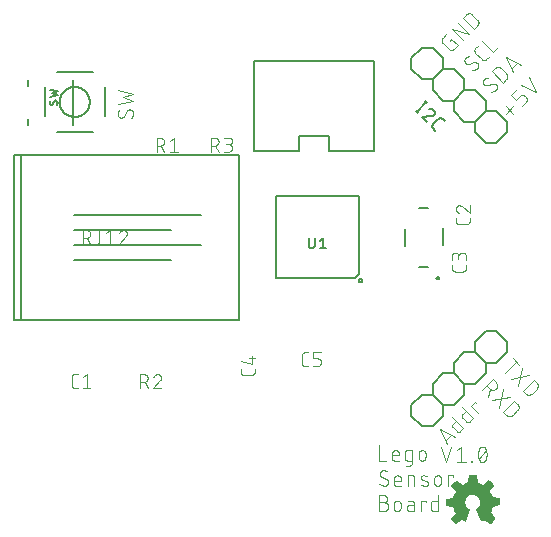
<source format=gbr>
G04 EAGLE Gerber RS-274X export*
G75*
%MOMM*%
%FSLAX34Y34*%
%LPD*%
%INSilkscreen Top*%
%IPPOS*%
%AMOC8*
5,1,8,0,0,1.08239X$1,22.5*%
G01*
%ADD10C,0.101600*%
%ADD11C,0.127000*%
%ADD12C,0.203200*%
%ADD13C,0.152400*%
%ADD14C,0.200000*%

G36*
X117519Y-243131D02*
X117519Y-243131D01*
X117572Y-243132D01*
X117595Y-243121D01*
X117606Y-243119D01*
X117616Y-243111D01*
X117646Y-243097D01*
X122727Y-239627D01*
X125514Y-241081D01*
X125547Y-241087D01*
X125577Y-241103D01*
X125615Y-241101D01*
X125652Y-241108D01*
X125684Y-241096D01*
X125717Y-241094D01*
X125748Y-241072D01*
X125784Y-241058D01*
X125804Y-241031D01*
X125831Y-241011D01*
X125864Y-240950D01*
X125868Y-240945D01*
X125868Y-240943D01*
X125870Y-240940D01*
X129426Y-230780D01*
X129430Y-230710D01*
X129434Y-230641D01*
X129434Y-230640D01*
X129434Y-230639D01*
X129400Y-230579D01*
X129366Y-230517D01*
X129365Y-230516D01*
X129363Y-230515D01*
X129300Y-230470D01*
X128062Y-229850D01*
X127007Y-228997D01*
X126848Y-228799D01*
X126158Y-227938D01*
X125556Y-226722D01*
X125229Y-225405D01*
X125191Y-224048D01*
X125444Y-222715D01*
X125977Y-221467D01*
X126765Y-220362D01*
X127771Y-219451D01*
X128949Y-218777D01*
X130243Y-218370D01*
X131596Y-218251D01*
X132904Y-218411D01*
X134152Y-218835D01*
X135288Y-219505D01*
X136264Y-220393D01*
X137037Y-221460D01*
X137577Y-222663D01*
X137861Y-223951D01*
X137875Y-225270D01*
X137621Y-226563D01*
X137108Y-227778D01*
X136358Y-228863D01*
X135403Y-229772D01*
X134261Y-230481D01*
X134218Y-230528D01*
X134173Y-230573D01*
X134171Y-230580D01*
X134166Y-230585D01*
X134155Y-230648D01*
X134141Y-230710D01*
X134143Y-230719D01*
X134142Y-230724D01*
X134146Y-230734D01*
X134159Y-230790D01*
X138096Y-240696D01*
X138107Y-240710D01*
X138111Y-240727D01*
X138149Y-240764D01*
X138182Y-240807D01*
X138199Y-240813D01*
X138212Y-240825D01*
X138264Y-240836D01*
X138315Y-240855D01*
X138332Y-240851D01*
X138349Y-240855D01*
X138428Y-240836D01*
X139952Y-240201D01*
X139962Y-240193D01*
X139995Y-240178D01*
X141376Y-239258D01*
X146314Y-242714D01*
X146367Y-242732D01*
X146417Y-242757D01*
X146432Y-242755D01*
X146447Y-242760D01*
X146501Y-242747D01*
X146557Y-242741D01*
X146575Y-242729D01*
X146584Y-242727D01*
X146593Y-242718D01*
X146626Y-242698D01*
X147642Y-241809D01*
X147645Y-241804D01*
X147654Y-241797D01*
X148543Y-240908D01*
X148546Y-240904D01*
X148553Y-240897D01*
X149569Y-239754D01*
X149572Y-239749D01*
X149580Y-239741D01*
X150469Y-238598D01*
X150487Y-238554D01*
X150512Y-238513D01*
X150512Y-238490D01*
X150521Y-238468D01*
X150512Y-238420D01*
X150512Y-238372D01*
X150497Y-238341D01*
X150495Y-238329D01*
X150488Y-238321D01*
X150477Y-238299D01*
X146886Y-233098D01*
X147694Y-231713D01*
X147697Y-231700D01*
X147715Y-231665D01*
X148223Y-230141D01*
X148224Y-230134D01*
X148229Y-230122D01*
X148697Y-228249D01*
X154760Y-227135D01*
X154816Y-227107D01*
X154874Y-227082D01*
X154879Y-227076D01*
X154886Y-227072D01*
X154919Y-227018D01*
X154954Y-226966D01*
X154956Y-226956D01*
X154959Y-226951D01*
X154958Y-226940D01*
X154967Y-226886D01*
X154967Y-223965D01*
X154965Y-223958D01*
X154966Y-223942D01*
X154839Y-222545D01*
X154839Y-222544D01*
X154839Y-222543D01*
X154712Y-221273D01*
X154693Y-221226D01*
X154682Y-221176D01*
X154667Y-221161D01*
X154660Y-221142D01*
X154618Y-221112D01*
X154582Y-221076D01*
X154555Y-221066D01*
X154545Y-221060D01*
X154534Y-221059D01*
X154506Y-221049D01*
X148434Y-219934D01*
X147971Y-218430D01*
X147966Y-218421D01*
X147960Y-218399D01*
X147325Y-217002D01*
X147319Y-216996D01*
X147313Y-216979D01*
X146428Y-215462D01*
X146373Y-215353D01*
X149840Y-210524D01*
X149857Y-210475D01*
X149882Y-210429D01*
X149880Y-210409D01*
X149887Y-210391D01*
X149875Y-210340D01*
X149872Y-210289D01*
X149858Y-210265D01*
X149856Y-210253D01*
X149847Y-210245D01*
X149832Y-210218D01*
X148816Y-208948D01*
X148808Y-208943D01*
X148797Y-208927D01*
X147527Y-207657D01*
X147522Y-207654D01*
X147515Y-207645D01*
X146499Y-206756D01*
X146491Y-206753D01*
X146479Y-206741D01*
X145590Y-206106D01*
X145548Y-206091D01*
X145511Y-206068D01*
X145483Y-206068D01*
X145457Y-206059D01*
X145414Y-206069D01*
X145370Y-206070D01*
X145332Y-206088D01*
X145320Y-206091D01*
X145314Y-206097D01*
X145297Y-206105D01*
X140220Y-209696D01*
X139216Y-209139D01*
X139209Y-209137D01*
X139196Y-209129D01*
X136910Y-208113D01*
X136897Y-208111D01*
X136862Y-208097D01*
X135883Y-207879D01*
X134770Y-201821D01*
X134746Y-201774D01*
X134730Y-201724D01*
X134715Y-201712D01*
X134707Y-201695D01*
X134662Y-201668D01*
X134621Y-201634D01*
X134596Y-201628D01*
X134586Y-201622D01*
X134574Y-201623D01*
X134542Y-201615D01*
X133018Y-201488D01*
X133011Y-201489D01*
X132997Y-201487D01*
X130076Y-201487D01*
X130068Y-201489D01*
X130051Y-201488D01*
X128781Y-201615D01*
X128732Y-201635D01*
X128680Y-201647D01*
X128667Y-201661D01*
X128650Y-201668D01*
X128619Y-201710D01*
X128582Y-201748D01*
X128574Y-201773D01*
X128568Y-201782D01*
X128567Y-201794D01*
X128556Y-201825D01*
X127565Y-207771D01*
X125805Y-208358D01*
X125801Y-208361D01*
X125791Y-208363D01*
X124521Y-208871D01*
X124513Y-208877D01*
X124489Y-208886D01*
X122853Y-209821D01*
X117906Y-206234D01*
X117858Y-206217D01*
X117813Y-206192D01*
X117793Y-206193D01*
X117773Y-206186D01*
X117723Y-206197D01*
X117673Y-206200D01*
X117647Y-206214D01*
X117635Y-206217D01*
X117627Y-206225D01*
X117602Y-206239D01*
X116459Y-207128D01*
X116453Y-207136D01*
X116435Y-207149D01*
X115165Y-208419D01*
X115162Y-208423D01*
X115155Y-208430D01*
X114143Y-209567D01*
X113514Y-210197D01*
X113484Y-210252D01*
X113450Y-210304D01*
X113450Y-210313D01*
X113446Y-210320D01*
X113450Y-210383D01*
X113449Y-210445D01*
X113454Y-210455D01*
X113454Y-210461D01*
X113461Y-210470D01*
X113484Y-210519D01*
X116948Y-215592D01*
X116270Y-216723D01*
X116268Y-216731D01*
X116257Y-216747D01*
X115495Y-218398D01*
X115493Y-218410D01*
X115481Y-218437D01*
X115104Y-219817D01*
X114785Y-220562D01*
X108699Y-221556D01*
X108640Y-221584D01*
X108580Y-221610D01*
X108577Y-221614D01*
X108572Y-221617D01*
X108537Y-221672D01*
X108500Y-221726D01*
X108499Y-221733D01*
X108497Y-221736D01*
X108497Y-221745D01*
X108487Y-221806D01*
X108487Y-227394D01*
X108505Y-227457D01*
X108521Y-227521D01*
X108524Y-227524D01*
X108526Y-227529D01*
X108575Y-227573D01*
X108622Y-227618D01*
X108629Y-227620D01*
X108631Y-227623D01*
X108640Y-227624D01*
X108699Y-227644D01*
X114764Y-228634D01*
X115228Y-230258D01*
X115228Y-230259D01*
X115228Y-230261D01*
X115609Y-231531D01*
X115616Y-231541D01*
X115626Y-231571D01*
X116134Y-232587D01*
X116137Y-232591D01*
X116141Y-232602D01*
X116947Y-233983D01*
X113361Y-238929D01*
X113341Y-238985D01*
X113316Y-239038D01*
X113318Y-239050D01*
X113313Y-239062D01*
X113325Y-239116D01*
X113325Y-239120D01*
X113327Y-239125D01*
X113333Y-239178D01*
X113342Y-239192D01*
X113344Y-239200D01*
X113353Y-239209D01*
X113377Y-239246D01*
X114393Y-240389D01*
X114397Y-240392D01*
X114403Y-240400D01*
X115292Y-241289D01*
X115296Y-241292D01*
X115303Y-241299D01*
X116446Y-242315D01*
X116447Y-242316D01*
X116449Y-242318D01*
X117338Y-243080D01*
X117387Y-243102D01*
X117431Y-243131D01*
X117450Y-243131D01*
X117466Y-243139D01*
X117519Y-243131D01*
G37*
D10*
X52508Y-176060D02*
X52508Y-189268D01*
X58378Y-189268D01*
X65234Y-189268D02*
X68903Y-189268D01*
X65234Y-189268D02*
X65143Y-189266D01*
X65052Y-189260D01*
X64962Y-189251D01*
X64872Y-189238D01*
X64782Y-189221D01*
X64694Y-189201D01*
X64606Y-189176D01*
X64519Y-189149D01*
X64434Y-189117D01*
X64350Y-189083D01*
X64267Y-189044D01*
X64186Y-189003D01*
X64107Y-188958D01*
X64030Y-188910D01*
X63955Y-188858D01*
X63882Y-188804D01*
X63811Y-188747D01*
X63743Y-188686D01*
X63678Y-188623D01*
X63615Y-188558D01*
X63554Y-188490D01*
X63497Y-188419D01*
X63443Y-188346D01*
X63391Y-188271D01*
X63343Y-188194D01*
X63298Y-188115D01*
X63257Y-188034D01*
X63218Y-187951D01*
X63184Y-187867D01*
X63152Y-187782D01*
X63125Y-187695D01*
X63100Y-187607D01*
X63080Y-187519D01*
X63063Y-187429D01*
X63050Y-187339D01*
X63041Y-187249D01*
X63035Y-187158D01*
X63033Y-187067D01*
X63032Y-187067D02*
X63032Y-183398D01*
X63033Y-183398D02*
X63035Y-183291D01*
X63041Y-183184D01*
X63051Y-183077D01*
X63064Y-182971D01*
X63082Y-182865D01*
X63103Y-182760D01*
X63128Y-182656D01*
X63157Y-182552D01*
X63190Y-182450D01*
X63227Y-182350D01*
X63267Y-182250D01*
X63311Y-182152D01*
X63358Y-182056D01*
X63409Y-181962D01*
X63463Y-181869D01*
X63520Y-181779D01*
X63581Y-181690D01*
X63645Y-181604D01*
X63712Y-181521D01*
X63782Y-181439D01*
X63855Y-181361D01*
X63931Y-181285D01*
X64009Y-181212D01*
X64091Y-181142D01*
X64174Y-181075D01*
X64260Y-181011D01*
X64349Y-180950D01*
X64439Y-180893D01*
X64532Y-180839D01*
X64626Y-180788D01*
X64722Y-180741D01*
X64820Y-180697D01*
X64920Y-180657D01*
X65020Y-180620D01*
X65122Y-180587D01*
X65226Y-180558D01*
X65330Y-180533D01*
X65435Y-180512D01*
X65541Y-180494D01*
X65647Y-180481D01*
X65754Y-180471D01*
X65861Y-180465D01*
X65968Y-180463D01*
X66075Y-180465D01*
X66182Y-180471D01*
X66289Y-180481D01*
X66395Y-180494D01*
X66501Y-180512D01*
X66606Y-180533D01*
X66710Y-180558D01*
X66814Y-180587D01*
X66916Y-180620D01*
X67016Y-180657D01*
X67116Y-180697D01*
X67214Y-180741D01*
X67310Y-180788D01*
X67404Y-180839D01*
X67497Y-180893D01*
X67587Y-180950D01*
X67676Y-181011D01*
X67762Y-181075D01*
X67845Y-181142D01*
X67927Y-181212D01*
X68005Y-181285D01*
X68081Y-181361D01*
X68154Y-181439D01*
X68224Y-181521D01*
X68291Y-181604D01*
X68355Y-181690D01*
X68416Y-181779D01*
X68473Y-181869D01*
X68527Y-181962D01*
X68578Y-182056D01*
X68625Y-182152D01*
X68669Y-182250D01*
X68709Y-182350D01*
X68746Y-182450D01*
X68779Y-182552D01*
X68808Y-182656D01*
X68833Y-182760D01*
X68854Y-182865D01*
X68872Y-182971D01*
X68885Y-183077D01*
X68895Y-183184D01*
X68901Y-183291D01*
X68903Y-183398D01*
X68903Y-184865D01*
X63032Y-184865D01*
X76266Y-189268D02*
X79935Y-189268D01*
X76266Y-189268D02*
X76175Y-189266D01*
X76084Y-189260D01*
X75994Y-189251D01*
X75904Y-189238D01*
X75814Y-189221D01*
X75726Y-189201D01*
X75638Y-189176D01*
X75551Y-189149D01*
X75466Y-189117D01*
X75382Y-189083D01*
X75299Y-189044D01*
X75218Y-189003D01*
X75139Y-188958D01*
X75062Y-188910D01*
X74987Y-188858D01*
X74914Y-188804D01*
X74843Y-188747D01*
X74775Y-188686D01*
X74710Y-188623D01*
X74647Y-188558D01*
X74586Y-188490D01*
X74529Y-188419D01*
X74475Y-188346D01*
X74423Y-188271D01*
X74375Y-188194D01*
X74330Y-188115D01*
X74289Y-188034D01*
X74250Y-187951D01*
X74216Y-187867D01*
X74184Y-187782D01*
X74157Y-187695D01*
X74132Y-187607D01*
X74112Y-187519D01*
X74095Y-187429D01*
X74082Y-187339D01*
X74073Y-187249D01*
X74067Y-187158D01*
X74065Y-187067D01*
X74065Y-182664D01*
X74067Y-182573D01*
X74073Y-182482D01*
X74082Y-182392D01*
X74095Y-182302D01*
X74112Y-182212D01*
X74132Y-182124D01*
X74157Y-182036D01*
X74184Y-181949D01*
X74216Y-181864D01*
X74250Y-181780D01*
X74289Y-181697D01*
X74330Y-181616D01*
X74375Y-181537D01*
X74423Y-181460D01*
X74475Y-181385D01*
X74529Y-181312D01*
X74586Y-181241D01*
X74647Y-181173D01*
X74710Y-181108D01*
X74775Y-181045D01*
X74843Y-180984D01*
X74914Y-180927D01*
X74987Y-180873D01*
X75062Y-180821D01*
X75139Y-180773D01*
X75218Y-180728D01*
X75299Y-180687D01*
X75382Y-180648D01*
X75466Y-180614D01*
X75551Y-180582D01*
X75638Y-180555D01*
X75726Y-180530D01*
X75814Y-180510D01*
X75904Y-180493D01*
X75994Y-180480D01*
X76084Y-180471D01*
X76175Y-180465D01*
X76266Y-180463D01*
X79935Y-180463D01*
X79935Y-191469D01*
X79933Y-191560D01*
X79927Y-191651D01*
X79918Y-191741D01*
X79905Y-191831D01*
X79888Y-191921D01*
X79868Y-192009D01*
X79843Y-192097D01*
X79816Y-192184D01*
X79784Y-192269D01*
X79750Y-192353D01*
X79711Y-192436D01*
X79670Y-192517D01*
X79625Y-192596D01*
X79577Y-192673D01*
X79525Y-192748D01*
X79471Y-192821D01*
X79414Y-192892D01*
X79353Y-192960D01*
X79290Y-193025D01*
X79225Y-193088D01*
X79157Y-193149D01*
X79086Y-193206D01*
X79013Y-193260D01*
X78938Y-193312D01*
X78861Y-193360D01*
X78782Y-193405D01*
X78701Y-193446D01*
X78618Y-193485D01*
X78534Y-193519D01*
X78449Y-193551D01*
X78362Y-193578D01*
X78274Y-193603D01*
X78186Y-193623D01*
X78096Y-193640D01*
X78006Y-193653D01*
X77916Y-193662D01*
X77825Y-193668D01*
X77734Y-193670D01*
X77734Y-193671D02*
X74798Y-193671D01*
X85649Y-186333D02*
X85649Y-183398D01*
X85651Y-183291D01*
X85657Y-183184D01*
X85667Y-183077D01*
X85680Y-182971D01*
X85698Y-182865D01*
X85719Y-182760D01*
X85744Y-182656D01*
X85773Y-182552D01*
X85806Y-182450D01*
X85843Y-182350D01*
X85883Y-182250D01*
X85927Y-182152D01*
X85974Y-182056D01*
X86025Y-181962D01*
X86079Y-181869D01*
X86136Y-181779D01*
X86197Y-181690D01*
X86261Y-181604D01*
X86328Y-181521D01*
X86398Y-181439D01*
X86471Y-181361D01*
X86547Y-181285D01*
X86625Y-181212D01*
X86707Y-181142D01*
X86790Y-181075D01*
X86876Y-181011D01*
X86965Y-180950D01*
X87055Y-180893D01*
X87148Y-180839D01*
X87242Y-180788D01*
X87338Y-180741D01*
X87436Y-180697D01*
X87536Y-180657D01*
X87636Y-180620D01*
X87738Y-180587D01*
X87842Y-180558D01*
X87946Y-180533D01*
X88051Y-180512D01*
X88157Y-180494D01*
X88263Y-180481D01*
X88370Y-180471D01*
X88477Y-180465D01*
X88584Y-180463D01*
X88691Y-180465D01*
X88798Y-180471D01*
X88905Y-180481D01*
X89011Y-180494D01*
X89117Y-180512D01*
X89222Y-180533D01*
X89326Y-180558D01*
X89430Y-180587D01*
X89532Y-180620D01*
X89632Y-180657D01*
X89732Y-180697D01*
X89830Y-180741D01*
X89926Y-180788D01*
X90020Y-180839D01*
X90113Y-180893D01*
X90203Y-180950D01*
X90292Y-181011D01*
X90378Y-181075D01*
X90461Y-181142D01*
X90543Y-181212D01*
X90621Y-181285D01*
X90697Y-181361D01*
X90770Y-181439D01*
X90840Y-181521D01*
X90907Y-181604D01*
X90971Y-181690D01*
X91032Y-181779D01*
X91089Y-181869D01*
X91143Y-181962D01*
X91194Y-182056D01*
X91241Y-182152D01*
X91285Y-182250D01*
X91325Y-182350D01*
X91362Y-182450D01*
X91395Y-182552D01*
X91424Y-182656D01*
X91449Y-182760D01*
X91470Y-182865D01*
X91488Y-182971D01*
X91501Y-183077D01*
X91511Y-183184D01*
X91517Y-183291D01*
X91519Y-183398D01*
X91519Y-186333D01*
X91517Y-186440D01*
X91511Y-186547D01*
X91501Y-186654D01*
X91488Y-186760D01*
X91470Y-186866D01*
X91449Y-186971D01*
X91424Y-187075D01*
X91395Y-187179D01*
X91362Y-187281D01*
X91325Y-187381D01*
X91285Y-187481D01*
X91241Y-187579D01*
X91194Y-187675D01*
X91143Y-187769D01*
X91089Y-187862D01*
X91032Y-187952D01*
X90971Y-188041D01*
X90907Y-188127D01*
X90840Y-188210D01*
X90770Y-188292D01*
X90697Y-188370D01*
X90621Y-188446D01*
X90543Y-188519D01*
X90461Y-188589D01*
X90378Y-188656D01*
X90292Y-188720D01*
X90203Y-188781D01*
X90113Y-188838D01*
X90020Y-188892D01*
X89926Y-188943D01*
X89830Y-188990D01*
X89732Y-189034D01*
X89632Y-189074D01*
X89532Y-189111D01*
X89430Y-189144D01*
X89326Y-189173D01*
X89222Y-189198D01*
X89117Y-189219D01*
X89011Y-189237D01*
X88905Y-189250D01*
X88798Y-189260D01*
X88691Y-189266D01*
X88584Y-189268D01*
X88477Y-189266D01*
X88370Y-189260D01*
X88263Y-189250D01*
X88157Y-189237D01*
X88051Y-189219D01*
X87946Y-189198D01*
X87842Y-189173D01*
X87738Y-189144D01*
X87636Y-189111D01*
X87536Y-189074D01*
X87436Y-189034D01*
X87338Y-188990D01*
X87242Y-188943D01*
X87148Y-188892D01*
X87055Y-188838D01*
X86965Y-188781D01*
X86876Y-188720D01*
X86790Y-188656D01*
X86707Y-188589D01*
X86625Y-188519D01*
X86547Y-188446D01*
X86471Y-188370D01*
X86398Y-188292D01*
X86328Y-188210D01*
X86261Y-188127D01*
X86197Y-188041D01*
X86136Y-187952D01*
X86079Y-187862D01*
X86025Y-187769D01*
X85974Y-187675D01*
X85927Y-187579D01*
X85883Y-187481D01*
X85843Y-187381D01*
X85806Y-187281D01*
X85773Y-187179D01*
X85744Y-187075D01*
X85719Y-186971D01*
X85698Y-186866D01*
X85680Y-186760D01*
X85667Y-186654D01*
X85657Y-186547D01*
X85651Y-186440D01*
X85649Y-186333D01*
X59846Y-207669D02*
X59844Y-207776D01*
X59838Y-207883D01*
X59828Y-207990D01*
X59815Y-208096D01*
X59797Y-208202D01*
X59776Y-208307D01*
X59751Y-208411D01*
X59722Y-208515D01*
X59689Y-208617D01*
X59652Y-208717D01*
X59612Y-208817D01*
X59568Y-208915D01*
X59521Y-209011D01*
X59470Y-209105D01*
X59416Y-209198D01*
X59359Y-209288D01*
X59298Y-209377D01*
X59234Y-209463D01*
X59167Y-209546D01*
X59097Y-209628D01*
X59024Y-209706D01*
X58948Y-209782D01*
X58870Y-209855D01*
X58788Y-209925D01*
X58705Y-209992D01*
X58619Y-210056D01*
X58530Y-210117D01*
X58440Y-210174D01*
X58347Y-210228D01*
X58253Y-210279D01*
X58157Y-210326D01*
X58059Y-210370D01*
X57959Y-210410D01*
X57859Y-210447D01*
X57757Y-210480D01*
X57653Y-210509D01*
X57549Y-210534D01*
X57444Y-210555D01*
X57338Y-210573D01*
X57232Y-210586D01*
X57125Y-210596D01*
X57018Y-210602D01*
X56911Y-210604D01*
X56758Y-210602D01*
X56605Y-210596D01*
X56452Y-210587D01*
X56300Y-210574D01*
X56148Y-210557D01*
X55996Y-210536D01*
X55845Y-210512D01*
X55695Y-210484D01*
X55545Y-210452D01*
X55397Y-210416D01*
X55249Y-210377D01*
X55102Y-210334D01*
X54956Y-210288D01*
X54812Y-210238D01*
X54668Y-210184D01*
X54526Y-210127D01*
X54386Y-210067D01*
X54247Y-210002D01*
X54110Y-209935D01*
X53974Y-209864D01*
X53840Y-209790D01*
X53708Y-209713D01*
X53578Y-209632D01*
X53450Y-209548D01*
X53324Y-209461D01*
X53201Y-209371D01*
X53079Y-209278D01*
X52960Y-209182D01*
X52844Y-209083D01*
X52729Y-208982D01*
X52618Y-208877D01*
X52509Y-208770D01*
X52875Y-200331D02*
X52877Y-200224D01*
X52883Y-200117D01*
X52893Y-200010D01*
X52906Y-199904D01*
X52924Y-199798D01*
X52945Y-199693D01*
X52970Y-199589D01*
X52999Y-199485D01*
X53032Y-199383D01*
X53069Y-199283D01*
X53109Y-199183D01*
X53153Y-199085D01*
X53200Y-198989D01*
X53251Y-198895D01*
X53305Y-198802D01*
X53362Y-198712D01*
X53423Y-198623D01*
X53487Y-198537D01*
X53554Y-198454D01*
X53624Y-198372D01*
X53697Y-198294D01*
X53773Y-198218D01*
X53851Y-198145D01*
X53933Y-198075D01*
X54016Y-198008D01*
X54102Y-197944D01*
X54191Y-197883D01*
X54281Y-197826D01*
X54374Y-197772D01*
X54468Y-197721D01*
X54564Y-197674D01*
X54662Y-197630D01*
X54762Y-197590D01*
X54862Y-197553D01*
X54964Y-197520D01*
X55068Y-197491D01*
X55172Y-197466D01*
X55277Y-197445D01*
X55383Y-197427D01*
X55489Y-197414D01*
X55596Y-197404D01*
X55703Y-197398D01*
X55810Y-197396D01*
X55958Y-197398D01*
X56105Y-197404D01*
X56252Y-197414D01*
X56399Y-197428D01*
X56546Y-197445D01*
X56691Y-197467D01*
X56837Y-197493D01*
X56981Y-197522D01*
X57125Y-197555D01*
X57268Y-197593D01*
X57410Y-197634D01*
X57550Y-197678D01*
X57690Y-197727D01*
X57828Y-197779D01*
X57964Y-197835D01*
X58099Y-197895D01*
X58232Y-197958D01*
X58364Y-198025D01*
X58494Y-198095D01*
X58622Y-198168D01*
X58747Y-198246D01*
X58871Y-198326D01*
X58993Y-198410D01*
X59112Y-198497D01*
X54343Y-202899D02*
X54252Y-202843D01*
X54163Y-202784D01*
X54076Y-202722D01*
X53992Y-202657D01*
X53909Y-202589D01*
X53830Y-202518D01*
X53753Y-202444D01*
X53679Y-202367D01*
X53607Y-202288D01*
X53539Y-202206D01*
X53473Y-202122D01*
X53410Y-202035D01*
X53351Y-201947D01*
X53295Y-201856D01*
X53242Y-201763D01*
X53192Y-201669D01*
X53146Y-201573D01*
X53103Y-201475D01*
X53064Y-201376D01*
X53028Y-201275D01*
X52996Y-201173D01*
X52968Y-201070D01*
X52944Y-200966D01*
X52923Y-200862D01*
X52906Y-200756D01*
X52892Y-200651D01*
X52883Y-200544D01*
X52877Y-200438D01*
X52875Y-200331D01*
X58378Y-205101D02*
X58469Y-205157D01*
X58558Y-205216D01*
X58645Y-205278D01*
X58730Y-205343D01*
X58812Y-205411D01*
X58891Y-205482D01*
X58968Y-205556D01*
X59042Y-205633D01*
X59114Y-205712D01*
X59182Y-205794D01*
X59248Y-205878D01*
X59311Y-205965D01*
X59370Y-206053D01*
X59426Y-206144D01*
X59479Y-206237D01*
X59529Y-206331D01*
X59575Y-206427D01*
X59618Y-206525D01*
X59657Y-206624D01*
X59693Y-206725D01*
X59725Y-206827D01*
X59753Y-206930D01*
X59777Y-207034D01*
X59798Y-207138D01*
X59815Y-207244D01*
X59829Y-207349D01*
X59838Y-207456D01*
X59844Y-207562D01*
X59846Y-207669D01*
X58378Y-205101D02*
X54342Y-202899D01*
X66965Y-210604D02*
X70633Y-210604D01*
X66965Y-210604D02*
X66874Y-210602D01*
X66783Y-210596D01*
X66693Y-210587D01*
X66603Y-210574D01*
X66513Y-210557D01*
X66425Y-210537D01*
X66337Y-210512D01*
X66250Y-210485D01*
X66165Y-210453D01*
X66081Y-210419D01*
X65998Y-210380D01*
X65917Y-210339D01*
X65838Y-210294D01*
X65761Y-210246D01*
X65686Y-210194D01*
X65613Y-210140D01*
X65542Y-210083D01*
X65474Y-210022D01*
X65409Y-209959D01*
X65346Y-209894D01*
X65285Y-209826D01*
X65228Y-209755D01*
X65174Y-209682D01*
X65122Y-209607D01*
X65074Y-209530D01*
X65029Y-209451D01*
X64988Y-209370D01*
X64949Y-209287D01*
X64915Y-209203D01*
X64883Y-209118D01*
X64856Y-209031D01*
X64831Y-208943D01*
X64811Y-208855D01*
X64794Y-208765D01*
X64781Y-208675D01*
X64772Y-208585D01*
X64766Y-208494D01*
X64764Y-208403D01*
X64763Y-208403D02*
X64763Y-204734D01*
X64765Y-204627D01*
X64771Y-204520D01*
X64781Y-204413D01*
X64794Y-204307D01*
X64812Y-204201D01*
X64833Y-204096D01*
X64858Y-203992D01*
X64887Y-203888D01*
X64920Y-203786D01*
X64957Y-203686D01*
X64997Y-203586D01*
X65041Y-203488D01*
X65088Y-203392D01*
X65139Y-203298D01*
X65193Y-203205D01*
X65250Y-203115D01*
X65311Y-203026D01*
X65375Y-202940D01*
X65442Y-202857D01*
X65512Y-202775D01*
X65585Y-202697D01*
X65661Y-202621D01*
X65739Y-202548D01*
X65821Y-202478D01*
X65904Y-202411D01*
X65990Y-202347D01*
X66079Y-202286D01*
X66169Y-202229D01*
X66262Y-202175D01*
X66356Y-202124D01*
X66452Y-202077D01*
X66550Y-202033D01*
X66650Y-201993D01*
X66750Y-201956D01*
X66852Y-201923D01*
X66956Y-201894D01*
X67060Y-201869D01*
X67165Y-201848D01*
X67271Y-201830D01*
X67377Y-201817D01*
X67484Y-201807D01*
X67591Y-201801D01*
X67698Y-201799D01*
X67805Y-201801D01*
X67912Y-201807D01*
X68019Y-201817D01*
X68125Y-201830D01*
X68231Y-201848D01*
X68336Y-201869D01*
X68440Y-201894D01*
X68544Y-201923D01*
X68646Y-201956D01*
X68746Y-201993D01*
X68846Y-202033D01*
X68944Y-202077D01*
X69040Y-202124D01*
X69134Y-202175D01*
X69227Y-202229D01*
X69317Y-202286D01*
X69406Y-202347D01*
X69492Y-202411D01*
X69575Y-202478D01*
X69657Y-202548D01*
X69735Y-202621D01*
X69811Y-202697D01*
X69884Y-202775D01*
X69954Y-202857D01*
X70021Y-202940D01*
X70085Y-203026D01*
X70146Y-203115D01*
X70203Y-203205D01*
X70257Y-203298D01*
X70308Y-203392D01*
X70355Y-203488D01*
X70399Y-203586D01*
X70439Y-203686D01*
X70476Y-203786D01*
X70509Y-203888D01*
X70538Y-203992D01*
X70563Y-204096D01*
X70584Y-204201D01*
X70602Y-204307D01*
X70615Y-204413D01*
X70625Y-204520D01*
X70631Y-204627D01*
X70633Y-204734D01*
X70633Y-206201D01*
X64763Y-206201D01*
X76285Y-210604D02*
X76285Y-201799D01*
X79954Y-201799D01*
X80047Y-201801D01*
X80141Y-201807D01*
X80234Y-201817D01*
X80326Y-201831D01*
X80418Y-201848D01*
X80509Y-201870D01*
X80598Y-201895D01*
X80687Y-201925D01*
X80775Y-201958D01*
X80861Y-201994D01*
X80945Y-202035D01*
X81027Y-202078D01*
X81108Y-202126D01*
X81186Y-202176D01*
X81263Y-202230D01*
X81337Y-202288D01*
X81408Y-202348D01*
X81477Y-202411D01*
X81543Y-202477D01*
X81606Y-202546D01*
X81666Y-202617D01*
X81724Y-202691D01*
X81778Y-202767D01*
X81828Y-202846D01*
X81875Y-202927D01*
X81919Y-203009D01*
X81960Y-203093D01*
X81996Y-203179D01*
X82029Y-203267D01*
X82059Y-203355D01*
X82084Y-203445D01*
X82106Y-203536D01*
X82123Y-203628D01*
X82137Y-203720D01*
X82147Y-203813D01*
X82153Y-203907D01*
X82155Y-204000D01*
X82155Y-210604D01*
X88907Y-205468D02*
X92576Y-206935D01*
X88906Y-205468D02*
X88827Y-205434D01*
X88749Y-205396D01*
X88672Y-205355D01*
X88598Y-205311D01*
X88526Y-205263D01*
X88456Y-205212D01*
X88389Y-205158D01*
X88324Y-205101D01*
X88261Y-205040D01*
X88202Y-204978D01*
X88145Y-204912D01*
X88092Y-204844D01*
X88041Y-204774D01*
X87994Y-204701D01*
X87950Y-204626D01*
X87910Y-204550D01*
X87873Y-204471D01*
X87840Y-204392D01*
X87810Y-204310D01*
X87784Y-204228D01*
X87762Y-204144D01*
X87744Y-204059D01*
X87730Y-203974D01*
X87719Y-203888D01*
X87713Y-203802D01*
X87710Y-203715D01*
X87711Y-203628D01*
X87717Y-203542D01*
X87726Y-203456D01*
X87739Y-203370D01*
X87756Y-203285D01*
X87777Y-203201D01*
X87801Y-203118D01*
X87830Y-203037D01*
X87862Y-202956D01*
X87897Y-202877D01*
X87937Y-202800D01*
X87979Y-202725D01*
X88026Y-202652D01*
X88075Y-202580D01*
X88127Y-202512D01*
X88183Y-202445D01*
X88242Y-202382D01*
X88303Y-202321D01*
X88367Y-202262D01*
X88434Y-202207D01*
X88503Y-202155D01*
X88575Y-202106D01*
X88648Y-202061D01*
X88724Y-202019D01*
X88801Y-201980D01*
X88880Y-201945D01*
X88961Y-201913D01*
X89043Y-201885D01*
X89126Y-201861D01*
X89210Y-201841D01*
X89295Y-201825D01*
X89381Y-201812D01*
X89467Y-201804D01*
X89554Y-201799D01*
X89640Y-201798D01*
X89640Y-201799D02*
X89840Y-201804D01*
X90040Y-201814D01*
X90240Y-201829D01*
X90440Y-201849D01*
X90639Y-201873D01*
X90837Y-201903D01*
X91034Y-201937D01*
X91231Y-201975D01*
X91426Y-202019D01*
X91621Y-202067D01*
X91814Y-202120D01*
X92006Y-202177D01*
X92197Y-202239D01*
X92386Y-202306D01*
X92573Y-202377D01*
X92758Y-202453D01*
X92942Y-202533D01*
X92576Y-206935D02*
X92655Y-206969D01*
X92733Y-207007D01*
X92810Y-207048D01*
X92884Y-207092D01*
X92956Y-207140D01*
X93026Y-207191D01*
X93093Y-207245D01*
X93158Y-207302D01*
X93221Y-207363D01*
X93280Y-207425D01*
X93337Y-207491D01*
X93390Y-207559D01*
X93441Y-207629D01*
X93488Y-207702D01*
X93532Y-207777D01*
X93572Y-207853D01*
X93609Y-207932D01*
X93642Y-208011D01*
X93672Y-208093D01*
X93698Y-208175D01*
X93720Y-208259D01*
X93738Y-208344D01*
X93752Y-208429D01*
X93763Y-208515D01*
X93769Y-208601D01*
X93772Y-208688D01*
X93771Y-208775D01*
X93765Y-208861D01*
X93756Y-208947D01*
X93743Y-209033D01*
X93726Y-209118D01*
X93705Y-209202D01*
X93681Y-209285D01*
X93652Y-209366D01*
X93620Y-209447D01*
X93585Y-209526D01*
X93545Y-209603D01*
X93503Y-209678D01*
X93456Y-209751D01*
X93407Y-209823D01*
X93355Y-209891D01*
X93299Y-209958D01*
X93240Y-210021D01*
X93179Y-210082D01*
X93115Y-210141D01*
X93048Y-210196D01*
X92979Y-210248D01*
X92907Y-210297D01*
X92834Y-210342D01*
X92758Y-210384D01*
X92681Y-210423D01*
X92602Y-210458D01*
X92521Y-210490D01*
X92439Y-210518D01*
X92356Y-210542D01*
X92272Y-210562D01*
X92187Y-210578D01*
X92101Y-210591D01*
X92015Y-210599D01*
X91928Y-210604D01*
X91842Y-210605D01*
X91842Y-210604D02*
X91548Y-210596D01*
X91254Y-210581D01*
X90960Y-210560D01*
X90667Y-210531D01*
X90375Y-210496D01*
X90084Y-210453D01*
X89794Y-210404D01*
X89505Y-210348D01*
X89217Y-210285D01*
X88931Y-210216D01*
X88647Y-210139D01*
X88365Y-210056D01*
X88085Y-209966D01*
X87806Y-209870D01*
X98901Y-207669D02*
X98901Y-204734D01*
X98903Y-204627D01*
X98909Y-204520D01*
X98919Y-204413D01*
X98932Y-204307D01*
X98950Y-204201D01*
X98971Y-204096D01*
X98996Y-203992D01*
X99025Y-203888D01*
X99058Y-203786D01*
X99095Y-203686D01*
X99135Y-203586D01*
X99179Y-203488D01*
X99226Y-203392D01*
X99277Y-203298D01*
X99331Y-203205D01*
X99388Y-203115D01*
X99449Y-203026D01*
X99513Y-202940D01*
X99580Y-202857D01*
X99650Y-202775D01*
X99723Y-202697D01*
X99799Y-202621D01*
X99877Y-202548D01*
X99959Y-202478D01*
X100042Y-202411D01*
X100128Y-202347D01*
X100217Y-202286D01*
X100307Y-202229D01*
X100400Y-202175D01*
X100494Y-202124D01*
X100590Y-202077D01*
X100688Y-202033D01*
X100788Y-201993D01*
X100888Y-201956D01*
X100990Y-201923D01*
X101094Y-201894D01*
X101198Y-201869D01*
X101303Y-201848D01*
X101409Y-201830D01*
X101515Y-201817D01*
X101622Y-201807D01*
X101729Y-201801D01*
X101836Y-201799D01*
X101943Y-201801D01*
X102050Y-201807D01*
X102157Y-201817D01*
X102263Y-201830D01*
X102369Y-201848D01*
X102474Y-201869D01*
X102578Y-201894D01*
X102682Y-201923D01*
X102784Y-201956D01*
X102884Y-201993D01*
X102984Y-202033D01*
X103082Y-202077D01*
X103178Y-202124D01*
X103272Y-202175D01*
X103365Y-202229D01*
X103455Y-202286D01*
X103544Y-202347D01*
X103630Y-202411D01*
X103713Y-202478D01*
X103795Y-202548D01*
X103873Y-202621D01*
X103949Y-202697D01*
X104022Y-202775D01*
X104092Y-202857D01*
X104159Y-202940D01*
X104223Y-203026D01*
X104284Y-203115D01*
X104341Y-203205D01*
X104395Y-203298D01*
X104446Y-203392D01*
X104493Y-203488D01*
X104537Y-203586D01*
X104577Y-203686D01*
X104614Y-203786D01*
X104647Y-203888D01*
X104676Y-203992D01*
X104701Y-204096D01*
X104722Y-204201D01*
X104740Y-204307D01*
X104753Y-204413D01*
X104763Y-204520D01*
X104769Y-204627D01*
X104771Y-204734D01*
X104771Y-207669D01*
X104769Y-207776D01*
X104763Y-207883D01*
X104753Y-207990D01*
X104740Y-208096D01*
X104722Y-208202D01*
X104701Y-208307D01*
X104676Y-208411D01*
X104647Y-208515D01*
X104614Y-208617D01*
X104577Y-208717D01*
X104537Y-208817D01*
X104493Y-208915D01*
X104446Y-209011D01*
X104395Y-209105D01*
X104341Y-209198D01*
X104284Y-209288D01*
X104223Y-209377D01*
X104159Y-209463D01*
X104092Y-209546D01*
X104022Y-209628D01*
X103949Y-209706D01*
X103873Y-209782D01*
X103795Y-209855D01*
X103713Y-209925D01*
X103630Y-209992D01*
X103544Y-210056D01*
X103455Y-210117D01*
X103365Y-210174D01*
X103272Y-210228D01*
X103178Y-210279D01*
X103082Y-210326D01*
X102984Y-210370D01*
X102884Y-210410D01*
X102784Y-210447D01*
X102682Y-210480D01*
X102578Y-210509D01*
X102474Y-210534D01*
X102369Y-210555D01*
X102263Y-210573D01*
X102157Y-210586D01*
X102050Y-210596D01*
X101943Y-210602D01*
X101836Y-210604D01*
X101729Y-210602D01*
X101622Y-210596D01*
X101515Y-210586D01*
X101409Y-210573D01*
X101303Y-210555D01*
X101198Y-210534D01*
X101094Y-210509D01*
X100990Y-210480D01*
X100888Y-210447D01*
X100788Y-210410D01*
X100688Y-210370D01*
X100590Y-210326D01*
X100494Y-210279D01*
X100400Y-210228D01*
X100307Y-210174D01*
X100217Y-210117D01*
X100128Y-210056D01*
X100042Y-209992D01*
X99959Y-209925D01*
X99877Y-209855D01*
X99799Y-209782D01*
X99723Y-209706D01*
X99650Y-209628D01*
X99580Y-209546D01*
X99513Y-209463D01*
X99449Y-209377D01*
X99388Y-209288D01*
X99331Y-209198D01*
X99277Y-209105D01*
X99226Y-209011D01*
X99179Y-208915D01*
X99135Y-208817D01*
X99095Y-208717D01*
X99058Y-208617D01*
X99025Y-208515D01*
X98996Y-208411D01*
X98971Y-208307D01*
X98950Y-208202D01*
X98932Y-208096D01*
X98919Y-207990D01*
X98909Y-207883D01*
X98903Y-207776D01*
X98901Y-207669D01*
X110493Y-210604D02*
X110493Y-201799D01*
X114895Y-201799D01*
X114895Y-203266D01*
X56177Y-224602D02*
X52508Y-224602D01*
X56177Y-224602D02*
X56297Y-224604D01*
X56417Y-224610D01*
X56537Y-224620D01*
X56656Y-224633D01*
X56775Y-224651D01*
X56893Y-224672D01*
X57010Y-224698D01*
X57127Y-224727D01*
X57242Y-224760D01*
X57356Y-224797D01*
X57469Y-224837D01*
X57581Y-224881D01*
X57691Y-224929D01*
X57800Y-224980D01*
X57907Y-225035D01*
X58011Y-225094D01*
X58114Y-225155D01*
X58215Y-225220D01*
X58314Y-225289D01*
X58411Y-225360D01*
X58505Y-225435D01*
X58596Y-225512D01*
X58685Y-225593D01*
X58771Y-225677D01*
X58855Y-225763D01*
X58936Y-225852D01*
X59013Y-225943D01*
X59088Y-226037D01*
X59159Y-226134D01*
X59228Y-226233D01*
X59293Y-226334D01*
X59354Y-226436D01*
X59413Y-226541D01*
X59468Y-226648D01*
X59519Y-226757D01*
X59567Y-226867D01*
X59611Y-226979D01*
X59651Y-227092D01*
X59688Y-227206D01*
X59721Y-227321D01*
X59750Y-227438D01*
X59776Y-227555D01*
X59797Y-227673D01*
X59815Y-227792D01*
X59828Y-227911D01*
X59838Y-228031D01*
X59844Y-228151D01*
X59846Y-228271D01*
X59844Y-228391D01*
X59838Y-228511D01*
X59828Y-228631D01*
X59815Y-228750D01*
X59797Y-228869D01*
X59776Y-228987D01*
X59750Y-229104D01*
X59721Y-229221D01*
X59688Y-229336D01*
X59651Y-229450D01*
X59611Y-229563D01*
X59567Y-229675D01*
X59519Y-229785D01*
X59468Y-229894D01*
X59413Y-230001D01*
X59354Y-230105D01*
X59293Y-230208D01*
X59228Y-230309D01*
X59159Y-230408D01*
X59088Y-230505D01*
X59013Y-230599D01*
X58936Y-230690D01*
X58855Y-230779D01*
X58771Y-230865D01*
X58685Y-230949D01*
X58596Y-231030D01*
X58505Y-231107D01*
X58411Y-231182D01*
X58314Y-231253D01*
X58215Y-231322D01*
X58114Y-231387D01*
X58012Y-231448D01*
X57907Y-231507D01*
X57800Y-231562D01*
X57691Y-231613D01*
X57581Y-231661D01*
X57469Y-231705D01*
X57356Y-231745D01*
X57242Y-231782D01*
X57127Y-231815D01*
X57010Y-231844D01*
X56893Y-231870D01*
X56775Y-231891D01*
X56656Y-231909D01*
X56537Y-231922D01*
X56417Y-231932D01*
X56297Y-231938D01*
X56177Y-231940D01*
X52508Y-231940D01*
X52508Y-218732D01*
X56177Y-218732D01*
X56284Y-218734D01*
X56391Y-218740D01*
X56498Y-218750D01*
X56604Y-218763D01*
X56710Y-218781D01*
X56815Y-218802D01*
X56919Y-218827D01*
X57023Y-218856D01*
X57125Y-218889D01*
X57225Y-218926D01*
X57325Y-218966D01*
X57423Y-219010D01*
X57519Y-219057D01*
X57613Y-219108D01*
X57706Y-219162D01*
X57796Y-219219D01*
X57885Y-219280D01*
X57971Y-219344D01*
X58054Y-219411D01*
X58136Y-219481D01*
X58214Y-219554D01*
X58290Y-219630D01*
X58363Y-219708D01*
X58433Y-219790D01*
X58500Y-219873D01*
X58564Y-219959D01*
X58625Y-220048D01*
X58682Y-220138D01*
X58736Y-220231D01*
X58787Y-220325D01*
X58834Y-220421D01*
X58878Y-220519D01*
X58918Y-220619D01*
X58955Y-220719D01*
X58988Y-220821D01*
X59017Y-220925D01*
X59042Y-221029D01*
X59063Y-221134D01*
X59081Y-221240D01*
X59094Y-221346D01*
X59104Y-221453D01*
X59110Y-221560D01*
X59112Y-221667D01*
X59110Y-221774D01*
X59104Y-221881D01*
X59094Y-221988D01*
X59081Y-222094D01*
X59063Y-222200D01*
X59042Y-222305D01*
X59017Y-222409D01*
X58988Y-222513D01*
X58955Y-222615D01*
X58918Y-222715D01*
X58878Y-222815D01*
X58834Y-222913D01*
X58787Y-223009D01*
X58736Y-223103D01*
X58682Y-223196D01*
X58625Y-223286D01*
X58564Y-223375D01*
X58500Y-223461D01*
X58433Y-223544D01*
X58363Y-223626D01*
X58290Y-223704D01*
X58214Y-223780D01*
X58136Y-223853D01*
X58054Y-223923D01*
X57971Y-223990D01*
X57885Y-224054D01*
X57796Y-224115D01*
X57706Y-224172D01*
X57613Y-224226D01*
X57519Y-224277D01*
X57423Y-224324D01*
X57325Y-224368D01*
X57225Y-224408D01*
X57125Y-224445D01*
X57023Y-224478D01*
X56919Y-224507D01*
X56815Y-224532D01*
X56710Y-224553D01*
X56604Y-224571D01*
X56498Y-224584D01*
X56391Y-224594D01*
X56284Y-224600D01*
X56177Y-224602D01*
X64584Y-226070D02*
X64584Y-229005D01*
X64584Y-226070D02*
X64586Y-225963D01*
X64592Y-225856D01*
X64602Y-225749D01*
X64615Y-225643D01*
X64633Y-225537D01*
X64654Y-225432D01*
X64679Y-225328D01*
X64708Y-225224D01*
X64741Y-225122D01*
X64778Y-225022D01*
X64818Y-224922D01*
X64862Y-224824D01*
X64909Y-224728D01*
X64960Y-224634D01*
X65014Y-224541D01*
X65071Y-224451D01*
X65132Y-224362D01*
X65196Y-224276D01*
X65263Y-224193D01*
X65333Y-224111D01*
X65406Y-224033D01*
X65482Y-223957D01*
X65560Y-223884D01*
X65642Y-223814D01*
X65725Y-223747D01*
X65811Y-223683D01*
X65900Y-223622D01*
X65990Y-223565D01*
X66083Y-223511D01*
X66177Y-223460D01*
X66273Y-223413D01*
X66371Y-223369D01*
X66471Y-223329D01*
X66571Y-223292D01*
X66673Y-223259D01*
X66777Y-223230D01*
X66881Y-223205D01*
X66986Y-223184D01*
X67092Y-223166D01*
X67198Y-223153D01*
X67305Y-223143D01*
X67412Y-223137D01*
X67519Y-223135D01*
X67626Y-223137D01*
X67733Y-223143D01*
X67840Y-223153D01*
X67946Y-223166D01*
X68052Y-223184D01*
X68157Y-223205D01*
X68261Y-223230D01*
X68365Y-223259D01*
X68467Y-223292D01*
X68567Y-223329D01*
X68667Y-223369D01*
X68765Y-223413D01*
X68861Y-223460D01*
X68955Y-223511D01*
X69048Y-223565D01*
X69138Y-223622D01*
X69227Y-223683D01*
X69313Y-223747D01*
X69396Y-223814D01*
X69478Y-223884D01*
X69556Y-223957D01*
X69632Y-224033D01*
X69705Y-224111D01*
X69775Y-224193D01*
X69842Y-224276D01*
X69906Y-224362D01*
X69967Y-224451D01*
X70024Y-224541D01*
X70078Y-224634D01*
X70129Y-224728D01*
X70176Y-224824D01*
X70220Y-224922D01*
X70260Y-225022D01*
X70297Y-225122D01*
X70330Y-225224D01*
X70359Y-225328D01*
X70384Y-225432D01*
X70405Y-225537D01*
X70423Y-225643D01*
X70436Y-225749D01*
X70446Y-225856D01*
X70452Y-225963D01*
X70454Y-226070D01*
X70454Y-229005D01*
X70452Y-229112D01*
X70446Y-229219D01*
X70436Y-229326D01*
X70423Y-229432D01*
X70405Y-229538D01*
X70384Y-229643D01*
X70359Y-229747D01*
X70330Y-229851D01*
X70297Y-229953D01*
X70260Y-230053D01*
X70220Y-230153D01*
X70176Y-230251D01*
X70129Y-230347D01*
X70078Y-230441D01*
X70024Y-230534D01*
X69967Y-230624D01*
X69906Y-230713D01*
X69842Y-230799D01*
X69775Y-230882D01*
X69705Y-230964D01*
X69632Y-231042D01*
X69556Y-231118D01*
X69478Y-231191D01*
X69396Y-231261D01*
X69313Y-231328D01*
X69227Y-231392D01*
X69138Y-231453D01*
X69048Y-231510D01*
X68955Y-231564D01*
X68861Y-231615D01*
X68765Y-231662D01*
X68667Y-231706D01*
X68567Y-231746D01*
X68467Y-231783D01*
X68365Y-231816D01*
X68261Y-231845D01*
X68157Y-231870D01*
X68052Y-231891D01*
X67946Y-231909D01*
X67840Y-231922D01*
X67733Y-231932D01*
X67626Y-231938D01*
X67519Y-231940D01*
X67412Y-231938D01*
X67305Y-231932D01*
X67198Y-231922D01*
X67092Y-231909D01*
X66986Y-231891D01*
X66881Y-231870D01*
X66777Y-231845D01*
X66673Y-231816D01*
X66571Y-231783D01*
X66471Y-231746D01*
X66371Y-231706D01*
X66273Y-231662D01*
X66177Y-231615D01*
X66083Y-231564D01*
X65990Y-231510D01*
X65900Y-231453D01*
X65811Y-231392D01*
X65725Y-231328D01*
X65642Y-231261D01*
X65560Y-231191D01*
X65482Y-231118D01*
X65406Y-231042D01*
X65333Y-230964D01*
X65263Y-230882D01*
X65196Y-230799D01*
X65132Y-230713D01*
X65071Y-230624D01*
X65014Y-230534D01*
X64960Y-230441D01*
X64909Y-230347D01*
X64862Y-230251D01*
X64818Y-230153D01*
X64778Y-230053D01*
X64741Y-229953D01*
X64708Y-229851D01*
X64679Y-229747D01*
X64654Y-229643D01*
X64633Y-229538D01*
X64615Y-229432D01*
X64602Y-229326D01*
X64592Y-229219D01*
X64586Y-229112D01*
X64584Y-229005D01*
X78184Y-226804D02*
X81486Y-226804D01*
X78184Y-226804D02*
X78084Y-226806D01*
X77985Y-226812D01*
X77886Y-226821D01*
X77787Y-226835D01*
X77689Y-226852D01*
X77592Y-226873D01*
X77495Y-226898D01*
X77400Y-226927D01*
X77306Y-226959D01*
X77213Y-226995D01*
X77121Y-227034D01*
X77031Y-227077D01*
X76943Y-227124D01*
X76857Y-227173D01*
X76773Y-227226D01*
X76691Y-227283D01*
X76611Y-227342D01*
X76533Y-227405D01*
X76458Y-227470D01*
X76386Y-227539D01*
X76316Y-227610D01*
X76249Y-227683D01*
X76185Y-227760D01*
X76124Y-227838D01*
X76066Y-227920D01*
X76012Y-228003D01*
X75960Y-228088D01*
X75912Y-228175D01*
X75867Y-228264D01*
X75826Y-228355D01*
X75788Y-228447D01*
X75754Y-228541D01*
X75724Y-228635D01*
X75697Y-228731D01*
X75674Y-228828D01*
X75655Y-228926D01*
X75640Y-229024D01*
X75628Y-229123D01*
X75620Y-229223D01*
X75616Y-229322D01*
X75616Y-229422D01*
X75620Y-229521D01*
X75628Y-229621D01*
X75640Y-229720D01*
X75655Y-229818D01*
X75674Y-229916D01*
X75697Y-230013D01*
X75724Y-230109D01*
X75754Y-230203D01*
X75788Y-230297D01*
X75826Y-230389D01*
X75867Y-230480D01*
X75912Y-230569D01*
X75960Y-230656D01*
X76012Y-230741D01*
X76066Y-230824D01*
X76124Y-230906D01*
X76185Y-230984D01*
X76249Y-231061D01*
X76316Y-231134D01*
X76386Y-231205D01*
X76458Y-231274D01*
X76533Y-231339D01*
X76611Y-231402D01*
X76691Y-231461D01*
X76773Y-231518D01*
X76857Y-231571D01*
X76943Y-231620D01*
X77031Y-231667D01*
X77121Y-231710D01*
X77213Y-231749D01*
X77306Y-231785D01*
X77400Y-231817D01*
X77495Y-231846D01*
X77592Y-231871D01*
X77689Y-231892D01*
X77787Y-231909D01*
X77886Y-231923D01*
X77985Y-231932D01*
X78084Y-231938D01*
X78184Y-231940D01*
X81486Y-231940D01*
X81486Y-225336D01*
X81484Y-225245D01*
X81478Y-225154D01*
X81469Y-225064D01*
X81456Y-224974D01*
X81439Y-224884D01*
X81419Y-224796D01*
X81394Y-224708D01*
X81367Y-224621D01*
X81335Y-224536D01*
X81301Y-224452D01*
X81262Y-224369D01*
X81221Y-224288D01*
X81176Y-224209D01*
X81128Y-224132D01*
X81076Y-224057D01*
X81022Y-223984D01*
X80965Y-223913D01*
X80904Y-223845D01*
X80841Y-223780D01*
X80776Y-223717D01*
X80708Y-223656D01*
X80637Y-223599D01*
X80564Y-223545D01*
X80489Y-223493D01*
X80412Y-223445D01*
X80333Y-223400D01*
X80252Y-223359D01*
X80169Y-223320D01*
X80085Y-223286D01*
X80000Y-223254D01*
X79913Y-223227D01*
X79825Y-223202D01*
X79737Y-223182D01*
X79647Y-223165D01*
X79557Y-223152D01*
X79467Y-223143D01*
X79376Y-223137D01*
X79285Y-223135D01*
X76350Y-223135D01*
X87697Y-223135D02*
X87697Y-231940D01*
X87697Y-223135D02*
X92100Y-223135D01*
X92100Y-224602D01*
X101969Y-218732D02*
X101969Y-231940D01*
X98300Y-231940D01*
X98209Y-231938D01*
X98118Y-231932D01*
X98028Y-231923D01*
X97938Y-231910D01*
X97848Y-231893D01*
X97760Y-231873D01*
X97672Y-231848D01*
X97585Y-231821D01*
X97500Y-231789D01*
X97416Y-231755D01*
X97333Y-231716D01*
X97252Y-231675D01*
X97173Y-231630D01*
X97096Y-231582D01*
X97021Y-231530D01*
X96948Y-231476D01*
X96877Y-231419D01*
X96809Y-231358D01*
X96744Y-231295D01*
X96681Y-231230D01*
X96620Y-231162D01*
X96563Y-231091D01*
X96509Y-231018D01*
X96457Y-230943D01*
X96409Y-230866D01*
X96364Y-230787D01*
X96323Y-230706D01*
X96284Y-230623D01*
X96250Y-230539D01*
X96218Y-230454D01*
X96191Y-230367D01*
X96166Y-230279D01*
X96146Y-230191D01*
X96129Y-230101D01*
X96116Y-230011D01*
X96107Y-229921D01*
X96101Y-229830D01*
X96099Y-229739D01*
X96099Y-225336D01*
X96101Y-225245D01*
X96107Y-225154D01*
X96116Y-225064D01*
X96129Y-224974D01*
X96146Y-224884D01*
X96166Y-224796D01*
X96191Y-224708D01*
X96218Y-224621D01*
X96250Y-224536D01*
X96284Y-224452D01*
X96323Y-224369D01*
X96364Y-224288D01*
X96409Y-224209D01*
X96457Y-224132D01*
X96509Y-224057D01*
X96563Y-223984D01*
X96620Y-223913D01*
X96681Y-223845D01*
X96744Y-223780D01*
X96809Y-223717D01*
X96877Y-223656D01*
X96948Y-223599D01*
X97021Y-223545D01*
X97096Y-223493D01*
X97173Y-223445D01*
X97252Y-223400D01*
X97333Y-223359D01*
X97416Y-223320D01*
X97500Y-223286D01*
X97585Y-223254D01*
X97672Y-223227D01*
X97760Y-223202D01*
X97848Y-223182D01*
X97938Y-223165D01*
X98028Y-223152D01*
X98118Y-223143D01*
X98209Y-223137D01*
X98300Y-223135D01*
X101969Y-223135D01*
X108911Y-190604D02*
X104508Y-177396D01*
X113313Y-177396D02*
X108911Y-190604D01*
X118043Y-180331D02*
X121712Y-177396D01*
X121712Y-190604D01*
X118043Y-190604D02*
X125381Y-190604D01*
X130306Y-190604D02*
X130306Y-189870D01*
X131040Y-189870D01*
X131040Y-190604D01*
X130306Y-190604D01*
X135966Y-184000D02*
X135969Y-183740D01*
X135978Y-183481D01*
X135994Y-183221D01*
X136016Y-182962D01*
X136043Y-182704D01*
X136077Y-182446D01*
X136118Y-182190D01*
X136164Y-181934D01*
X136216Y-181679D01*
X136275Y-181426D01*
X136339Y-181175D01*
X136410Y-180924D01*
X136486Y-180676D01*
X136568Y-180430D01*
X136656Y-180185D01*
X136750Y-179943D01*
X136850Y-179703D01*
X136956Y-179466D01*
X137067Y-179231D01*
X137066Y-179230D02*
X137101Y-179135D01*
X137139Y-179040D01*
X137181Y-178947D01*
X137227Y-178856D01*
X137276Y-178766D01*
X137328Y-178678D01*
X137383Y-178593D01*
X137442Y-178509D01*
X137504Y-178428D01*
X137568Y-178349D01*
X137636Y-178273D01*
X137707Y-178199D01*
X137780Y-178128D01*
X137856Y-178060D01*
X137934Y-177994D01*
X138015Y-177932D01*
X138098Y-177872D01*
X138183Y-177816D01*
X138270Y-177763D01*
X138359Y-177714D01*
X138450Y-177668D01*
X138543Y-177625D01*
X138637Y-177586D01*
X138733Y-177550D01*
X138830Y-177518D01*
X138928Y-177489D01*
X139027Y-177465D01*
X139127Y-177444D01*
X139227Y-177427D01*
X139328Y-177413D01*
X139430Y-177404D01*
X139532Y-177398D01*
X139634Y-177396D01*
X139736Y-177398D01*
X139838Y-177404D01*
X139940Y-177413D01*
X140041Y-177427D01*
X140141Y-177444D01*
X140241Y-177465D01*
X140340Y-177489D01*
X140438Y-177518D01*
X140535Y-177550D01*
X140631Y-177586D01*
X140725Y-177625D01*
X140818Y-177668D01*
X140909Y-177714D01*
X140998Y-177763D01*
X141085Y-177816D01*
X141170Y-177872D01*
X141253Y-177932D01*
X141334Y-177994D01*
X141412Y-178060D01*
X141488Y-178128D01*
X141562Y-178199D01*
X141632Y-178273D01*
X141700Y-178349D01*
X141764Y-178428D01*
X141826Y-178509D01*
X141885Y-178593D01*
X141940Y-178678D01*
X141993Y-178766D01*
X142041Y-178856D01*
X142087Y-178947D01*
X142129Y-179040D01*
X142167Y-179135D01*
X142202Y-179231D01*
X142313Y-179466D01*
X142419Y-179703D01*
X142519Y-179943D01*
X142613Y-180185D01*
X142701Y-180430D01*
X142783Y-180676D01*
X142859Y-180924D01*
X142930Y-181175D01*
X142994Y-181426D01*
X143053Y-181679D01*
X143105Y-181934D01*
X143151Y-182190D01*
X143192Y-182446D01*
X143226Y-182704D01*
X143253Y-182962D01*
X143275Y-183221D01*
X143291Y-183481D01*
X143300Y-183740D01*
X143303Y-184000D01*
X135966Y-184000D02*
X135969Y-184260D01*
X135978Y-184519D01*
X135994Y-184779D01*
X136016Y-185038D01*
X136043Y-185296D01*
X136077Y-185554D01*
X136118Y-185810D01*
X136164Y-186066D01*
X136216Y-186321D01*
X136275Y-186574D01*
X136339Y-186825D01*
X136410Y-187076D01*
X136486Y-187324D01*
X136568Y-187570D01*
X136656Y-187815D01*
X136750Y-188057D01*
X136850Y-188297D01*
X136956Y-188534D01*
X137067Y-188769D01*
X137066Y-188770D02*
X137101Y-188865D01*
X137139Y-188960D01*
X137181Y-189053D01*
X137227Y-189144D01*
X137276Y-189234D01*
X137328Y-189322D01*
X137383Y-189407D01*
X137442Y-189491D01*
X137504Y-189572D01*
X137568Y-189651D01*
X137636Y-189727D01*
X137707Y-189801D01*
X137780Y-189872D01*
X137856Y-189940D01*
X137934Y-190006D01*
X138015Y-190068D01*
X138098Y-190128D01*
X138183Y-190184D01*
X138270Y-190237D01*
X138359Y-190286D01*
X138450Y-190332D01*
X138543Y-190375D01*
X138637Y-190414D01*
X138733Y-190450D01*
X138830Y-190482D01*
X138928Y-190511D01*
X139027Y-190535D01*
X139127Y-190556D01*
X139227Y-190573D01*
X139328Y-190587D01*
X139430Y-190596D01*
X139532Y-190602D01*
X139634Y-190604D01*
X142203Y-188770D02*
X142314Y-188535D01*
X142420Y-188297D01*
X142520Y-188057D01*
X142614Y-187815D01*
X142702Y-187571D01*
X142784Y-187324D01*
X142860Y-187076D01*
X142931Y-186826D01*
X142995Y-186574D01*
X143054Y-186321D01*
X143106Y-186066D01*
X143152Y-185811D01*
X143193Y-185554D01*
X143227Y-185296D01*
X143254Y-185038D01*
X143276Y-184779D01*
X143292Y-184520D01*
X143301Y-184260D01*
X143304Y-184000D01*
X142202Y-188770D02*
X142167Y-188865D01*
X142129Y-188960D01*
X142087Y-189053D01*
X142041Y-189144D01*
X141992Y-189234D01*
X141940Y-189322D01*
X141885Y-189407D01*
X141826Y-189491D01*
X141764Y-189572D01*
X141700Y-189651D01*
X141632Y-189727D01*
X141561Y-189801D01*
X141488Y-189872D01*
X141412Y-189940D01*
X141334Y-190006D01*
X141253Y-190068D01*
X141170Y-190128D01*
X141085Y-190184D01*
X140998Y-190237D01*
X140909Y-190286D01*
X140818Y-190332D01*
X140725Y-190375D01*
X140631Y-190414D01*
X140535Y-190450D01*
X140438Y-190482D01*
X140340Y-190511D01*
X140241Y-190535D01*
X140141Y-190556D01*
X140041Y-190573D01*
X139940Y-190587D01*
X139838Y-190596D01*
X139736Y-190602D01*
X139634Y-190604D01*
X136699Y-187669D02*
X142570Y-180331D01*
X111863Y165901D02*
X113420Y167458D01*
X118608Y162269D01*
X115495Y159156D01*
X115418Y159081D01*
X115338Y159010D01*
X115256Y158941D01*
X115171Y158876D01*
X115084Y158813D01*
X114994Y158754D01*
X114903Y158698D01*
X114809Y158646D01*
X114714Y158597D01*
X114617Y158551D01*
X114518Y158509D01*
X114418Y158471D01*
X114317Y158436D01*
X114214Y158405D01*
X114110Y158378D01*
X114006Y158355D01*
X113900Y158336D01*
X113794Y158320D01*
X113688Y158308D01*
X113581Y158300D01*
X113474Y158296D01*
X113366Y158296D01*
X113259Y158300D01*
X113152Y158308D01*
X113046Y158320D01*
X112940Y158336D01*
X112834Y158355D01*
X112730Y158378D01*
X112626Y158405D01*
X112523Y158436D01*
X112422Y158471D01*
X112322Y158509D01*
X112223Y158551D01*
X112126Y158597D01*
X112031Y158646D01*
X111937Y158698D01*
X111846Y158754D01*
X111756Y158813D01*
X111669Y158876D01*
X111584Y158941D01*
X111502Y159010D01*
X111422Y159081D01*
X111345Y159156D01*
X111344Y159156D02*
X106156Y164344D01*
X106156Y164345D02*
X106081Y164422D01*
X106010Y164502D01*
X105941Y164584D01*
X105876Y164669D01*
X105813Y164756D01*
X105754Y164846D01*
X105698Y164937D01*
X105646Y165031D01*
X105597Y165126D01*
X105551Y165223D01*
X105509Y165322D01*
X105471Y165422D01*
X105436Y165523D01*
X105405Y165626D01*
X105378Y165730D01*
X105355Y165834D01*
X105336Y165940D01*
X105320Y166046D01*
X105308Y166152D01*
X105300Y166259D01*
X105296Y166366D01*
X105296Y166474D01*
X105300Y166581D01*
X105308Y166688D01*
X105320Y166794D01*
X105336Y166900D01*
X105355Y167006D01*
X105378Y167110D01*
X105405Y167214D01*
X105436Y167317D01*
X105471Y167418D01*
X105509Y167518D01*
X105551Y167617D01*
X105597Y167714D01*
X105646Y167809D01*
X105698Y167903D01*
X105754Y167994D01*
X105813Y168084D01*
X105876Y168171D01*
X105941Y168256D01*
X106010Y168338D01*
X106081Y168418D01*
X106156Y168495D01*
X109269Y171608D01*
X113736Y176075D02*
X123075Y166736D01*
X128264Y171924D02*
X113736Y176075D01*
X118924Y181264D02*
X128264Y171924D01*
X132731Y176391D02*
X123391Y185731D01*
X125986Y188325D01*
X126072Y188409D01*
X126161Y188489D01*
X126252Y188567D01*
X126346Y188642D01*
X126443Y188713D01*
X126542Y188782D01*
X126643Y188847D01*
X126745Y188908D01*
X126850Y188967D01*
X126957Y189022D01*
X127066Y189073D01*
X127176Y189121D01*
X127288Y189165D01*
X127401Y189205D01*
X127515Y189242D01*
X127630Y189275D01*
X127747Y189304D01*
X127864Y189330D01*
X127982Y189351D01*
X128101Y189369D01*
X128220Y189382D01*
X128340Y189392D01*
X128460Y189398D01*
X128580Y189400D01*
X128700Y189398D01*
X128820Y189392D01*
X128940Y189382D01*
X129059Y189369D01*
X129178Y189351D01*
X129296Y189329D01*
X129413Y189304D01*
X129530Y189275D01*
X129645Y189242D01*
X129759Y189205D01*
X129872Y189165D01*
X129984Y189121D01*
X130094Y189073D01*
X130203Y189022D01*
X130310Y188967D01*
X130415Y188908D01*
X130518Y188847D01*
X130618Y188782D01*
X130717Y188713D01*
X130814Y188642D01*
X130908Y188567D01*
X130999Y188489D01*
X131088Y188409D01*
X131174Y188325D01*
X135325Y184174D01*
X135409Y184088D01*
X135490Y183999D01*
X135567Y183908D01*
X135642Y183814D01*
X135713Y183717D01*
X135782Y183618D01*
X135847Y183517D01*
X135908Y183415D01*
X135967Y183310D01*
X136022Y183203D01*
X136073Y183094D01*
X136121Y182984D01*
X136165Y182872D01*
X136205Y182759D01*
X136242Y182645D01*
X136275Y182530D01*
X136304Y182413D01*
X136330Y182296D01*
X136351Y182178D01*
X136369Y182059D01*
X136382Y181940D01*
X136392Y181820D01*
X136398Y181700D01*
X136400Y181580D01*
X136398Y181460D01*
X136392Y181340D01*
X136382Y181220D01*
X136369Y181101D01*
X136351Y180982D01*
X136330Y180864D01*
X136304Y180747D01*
X136275Y180630D01*
X136242Y180515D01*
X136205Y180401D01*
X136165Y180288D01*
X136121Y180176D01*
X136073Y180066D01*
X136022Y179957D01*
X135967Y179850D01*
X135908Y179746D01*
X135847Y179643D01*
X135782Y179542D01*
X135713Y179443D01*
X135642Y179346D01*
X135567Y179252D01*
X135490Y179161D01*
X135409Y179072D01*
X135325Y178986D01*
X132731Y176391D01*
X165797Y110722D02*
X159571Y104495D01*
X165797Y104495D02*
X159571Y110722D01*
X173377Y111038D02*
X176490Y114151D01*
X176565Y114228D01*
X176636Y114308D01*
X176705Y114390D01*
X176770Y114475D01*
X176833Y114562D01*
X176892Y114652D01*
X176948Y114743D01*
X177000Y114837D01*
X177049Y114932D01*
X177095Y115029D01*
X177137Y115128D01*
X177175Y115228D01*
X177210Y115329D01*
X177241Y115432D01*
X177268Y115536D01*
X177291Y115640D01*
X177310Y115746D01*
X177326Y115852D01*
X177338Y115958D01*
X177346Y116065D01*
X177350Y116172D01*
X177350Y116280D01*
X177346Y116387D01*
X177338Y116494D01*
X177326Y116600D01*
X177310Y116706D01*
X177291Y116812D01*
X177268Y116916D01*
X177241Y117020D01*
X177210Y117123D01*
X177175Y117224D01*
X177137Y117324D01*
X177095Y117423D01*
X177049Y117520D01*
X177000Y117615D01*
X176948Y117709D01*
X176892Y117800D01*
X176833Y117890D01*
X176770Y117977D01*
X176705Y118062D01*
X176636Y118144D01*
X176565Y118224D01*
X176490Y118301D01*
X176490Y118302D02*
X175452Y119339D01*
X175375Y119414D01*
X175295Y119485D01*
X175213Y119554D01*
X175128Y119619D01*
X175041Y119682D01*
X174951Y119741D01*
X174860Y119797D01*
X174766Y119849D01*
X174671Y119898D01*
X174574Y119944D01*
X174475Y119986D01*
X174375Y120024D01*
X174274Y120059D01*
X174171Y120090D01*
X174067Y120117D01*
X173963Y120140D01*
X173857Y120159D01*
X173751Y120175D01*
X173645Y120187D01*
X173538Y120195D01*
X173431Y120199D01*
X173323Y120199D01*
X173216Y120195D01*
X173109Y120187D01*
X173003Y120175D01*
X172897Y120159D01*
X172791Y120140D01*
X172687Y120117D01*
X172583Y120090D01*
X172480Y120059D01*
X172379Y120024D01*
X172279Y119986D01*
X172180Y119944D01*
X172083Y119898D01*
X171988Y119849D01*
X171894Y119797D01*
X171803Y119741D01*
X171713Y119682D01*
X171626Y119619D01*
X171541Y119554D01*
X171459Y119485D01*
X171379Y119414D01*
X171302Y119339D01*
X168188Y116226D01*
X164038Y120377D01*
X169226Y125566D01*
X172571Y128910D02*
X185023Y122684D01*
X178797Y135137D01*
X148400Y-120561D02*
X139061Y-129900D01*
X148400Y-120561D02*
X150994Y-123155D01*
X151078Y-123241D01*
X151158Y-123330D01*
X151236Y-123421D01*
X151311Y-123515D01*
X151382Y-123612D01*
X151451Y-123711D01*
X151516Y-123812D01*
X151577Y-123914D01*
X151636Y-124019D01*
X151691Y-124126D01*
X151742Y-124235D01*
X151790Y-124345D01*
X151834Y-124457D01*
X151874Y-124570D01*
X151911Y-124684D01*
X151944Y-124799D01*
X151973Y-124916D01*
X151998Y-125033D01*
X152020Y-125151D01*
X152038Y-125270D01*
X152051Y-125389D01*
X152061Y-125509D01*
X152067Y-125629D01*
X152069Y-125749D01*
X152067Y-125869D01*
X152061Y-125989D01*
X152051Y-126109D01*
X152038Y-126228D01*
X152020Y-126347D01*
X151999Y-126465D01*
X151973Y-126582D01*
X151944Y-126699D01*
X151911Y-126814D01*
X151874Y-126928D01*
X151834Y-127041D01*
X151790Y-127153D01*
X151742Y-127263D01*
X151691Y-127372D01*
X151636Y-127479D01*
X151577Y-127583D01*
X151516Y-127686D01*
X151451Y-127787D01*
X151382Y-127886D01*
X151311Y-127983D01*
X151236Y-128077D01*
X151159Y-128168D01*
X151078Y-128257D01*
X150994Y-128343D01*
X150908Y-128427D01*
X150819Y-128508D01*
X150728Y-128585D01*
X150634Y-128660D01*
X150537Y-128731D01*
X150438Y-128800D01*
X150337Y-128865D01*
X150234Y-128926D01*
X150130Y-128985D01*
X150023Y-129040D01*
X149914Y-129091D01*
X149804Y-129139D01*
X149692Y-129183D01*
X149579Y-129223D01*
X149465Y-129260D01*
X149350Y-129293D01*
X149233Y-129322D01*
X149116Y-129348D01*
X148998Y-129369D01*
X148879Y-129387D01*
X148760Y-129400D01*
X148640Y-129410D01*
X148520Y-129416D01*
X148400Y-129418D01*
X148280Y-129416D01*
X148160Y-129410D01*
X148040Y-129400D01*
X147921Y-129387D01*
X147802Y-129369D01*
X147684Y-129347D01*
X147567Y-129322D01*
X147450Y-129293D01*
X147335Y-129260D01*
X147221Y-129223D01*
X147108Y-129183D01*
X146996Y-129139D01*
X146886Y-129091D01*
X146777Y-129040D01*
X146670Y-128985D01*
X146565Y-128926D01*
X146463Y-128865D01*
X146362Y-128800D01*
X146263Y-128731D01*
X146166Y-128660D01*
X146072Y-128585D01*
X145981Y-128507D01*
X145892Y-128427D01*
X145806Y-128343D01*
X143211Y-125749D01*
X146325Y-128862D02*
X144249Y-135089D01*
X147539Y-138378D02*
X163104Y-135265D01*
X156878Y-129039D02*
X153765Y-144604D01*
X157411Y-148251D02*
X166751Y-138911D01*
X169345Y-141506D01*
X169429Y-141592D01*
X169509Y-141681D01*
X169587Y-141772D01*
X169662Y-141866D01*
X169733Y-141963D01*
X169802Y-142062D01*
X169867Y-142163D01*
X169928Y-142265D01*
X169987Y-142370D01*
X170042Y-142477D01*
X170093Y-142586D01*
X170141Y-142696D01*
X170185Y-142808D01*
X170225Y-142921D01*
X170262Y-143035D01*
X170295Y-143150D01*
X170324Y-143267D01*
X170350Y-143384D01*
X170371Y-143502D01*
X170389Y-143621D01*
X170402Y-143740D01*
X170412Y-143860D01*
X170418Y-143980D01*
X170420Y-144100D01*
X170418Y-144220D01*
X170412Y-144340D01*
X170402Y-144460D01*
X170389Y-144579D01*
X170371Y-144698D01*
X170349Y-144816D01*
X170324Y-144933D01*
X170295Y-145050D01*
X170262Y-145165D01*
X170225Y-145279D01*
X170185Y-145392D01*
X170141Y-145504D01*
X170093Y-145614D01*
X170042Y-145723D01*
X169987Y-145830D01*
X169928Y-145935D01*
X169867Y-146038D01*
X169802Y-146138D01*
X169733Y-146237D01*
X169662Y-146334D01*
X169587Y-146428D01*
X169509Y-146519D01*
X169429Y-146608D01*
X169345Y-146694D01*
X165194Y-150845D01*
X165108Y-150929D01*
X165019Y-151010D01*
X164928Y-151087D01*
X164834Y-151162D01*
X164737Y-151233D01*
X164638Y-151302D01*
X164537Y-151367D01*
X164435Y-151428D01*
X164330Y-151487D01*
X164223Y-151542D01*
X164114Y-151593D01*
X164004Y-151641D01*
X163892Y-151685D01*
X163779Y-151725D01*
X163665Y-151762D01*
X163550Y-151795D01*
X163433Y-151824D01*
X163316Y-151850D01*
X163198Y-151871D01*
X163079Y-151889D01*
X162960Y-151902D01*
X162840Y-151912D01*
X162720Y-151918D01*
X162600Y-151920D01*
X162480Y-151918D01*
X162360Y-151912D01*
X162240Y-151902D01*
X162121Y-151889D01*
X162002Y-151871D01*
X161884Y-151850D01*
X161767Y-151824D01*
X161650Y-151795D01*
X161535Y-151762D01*
X161421Y-151725D01*
X161308Y-151685D01*
X161196Y-151641D01*
X161086Y-151593D01*
X160977Y-151542D01*
X160870Y-151487D01*
X160766Y-151428D01*
X160663Y-151367D01*
X160562Y-151302D01*
X160463Y-151233D01*
X160366Y-151162D01*
X160272Y-151087D01*
X160181Y-151010D01*
X160092Y-150929D01*
X160006Y-150845D01*
X160005Y-150845D02*
X157411Y-148251D01*
X135401Y143062D02*
X135476Y143139D01*
X135547Y143219D01*
X135616Y143301D01*
X135681Y143386D01*
X135744Y143473D01*
X135803Y143563D01*
X135859Y143654D01*
X135911Y143748D01*
X135960Y143843D01*
X136006Y143940D01*
X136048Y144039D01*
X136086Y144139D01*
X136121Y144240D01*
X136152Y144343D01*
X136179Y144447D01*
X136202Y144551D01*
X136221Y144657D01*
X136237Y144763D01*
X136249Y144869D01*
X136257Y144976D01*
X136261Y145083D01*
X136261Y145191D01*
X136257Y145298D01*
X136249Y145405D01*
X136237Y145511D01*
X136221Y145617D01*
X136202Y145723D01*
X136179Y145827D01*
X136152Y145931D01*
X136121Y146034D01*
X136086Y146135D01*
X136048Y146235D01*
X136006Y146334D01*
X135960Y146431D01*
X135911Y146526D01*
X135859Y146620D01*
X135803Y146711D01*
X135744Y146801D01*
X135681Y146888D01*
X135616Y146973D01*
X135547Y147055D01*
X135476Y147135D01*
X135401Y147212D01*
X135401Y143062D02*
X135292Y142955D01*
X135180Y142851D01*
X135065Y142750D01*
X134948Y142651D01*
X134828Y142556D01*
X134707Y142463D01*
X134582Y142374D01*
X134456Y142287D01*
X134328Y142204D01*
X134198Y142124D01*
X134065Y142047D01*
X133931Y141974D01*
X133795Y141903D01*
X133658Y141836D01*
X133518Y141773D01*
X133378Y141713D01*
X133235Y141656D01*
X133092Y141604D01*
X132947Y141554D01*
X132801Y141508D01*
X132654Y141466D01*
X132506Y141427D01*
X132357Y141393D01*
X132207Y141361D01*
X132057Y141334D01*
X131906Y141310D01*
X131754Y141290D01*
X131602Y141274D01*
X131449Y141261D01*
X131297Y141252D01*
X131144Y141247D01*
X130991Y141246D01*
X125284Y147472D02*
X125209Y147549D01*
X125138Y147629D01*
X125069Y147711D01*
X125004Y147796D01*
X124941Y147883D01*
X124882Y147973D01*
X124826Y148064D01*
X124774Y148158D01*
X124725Y148253D01*
X124679Y148350D01*
X124637Y148449D01*
X124599Y148549D01*
X124564Y148650D01*
X124533Y148753D01*
X124506Y148857D01*
X124483Y148961D01*
X124464Y149067D01*
X124448Y149173D01*
X124436Y149279D01*
X124428Y149386D01*
X124424Y149493D01*
X124424Y149601D01*
X124428Y149708D01*
X124436Y149815D01*
X124448Y149921D01*
X124464Y150027D01*
X124483Y150133D01*
X124506Y150237D01*
X124533Y150341D01*
X124564Y150444D01*
X124599Y150545D01*
X124637Y150645D01*
X124679Y150744D01*
X124725Y150841D01*
X124774Y150936D01*
X124826Y151030D01*
X124882Y151121D01*
X124941Y151211D01*
X125004Y151298D01*
X125069Y151383D01*
X125138Y151465D01*
X125209Y151545D01*
X125284Y151622D01*
X125284Y151623D02*
X125390Y151726D01*
X125498Y151826D01*
X125609Y151923D01*
X125723Y152017D01*
X125839Y152108D01*
X125957Y152196D01*
X126078Y152281D01*
X126201Y152362D01*
X126326Y152440D01*
X126454Y152515D01*
X126583Y152586D01*
X126714Y152654D01*
X126847Y152718D01*
X126981Y152779D01*
X127117Y152836D01*
X127255Y152889D01*
X127394Y152939D01*
X127534Y152985D01*
X127676Y153027D01*
X127818Y153065D01*
X127962Y153100D01*
X128106Y153130D01*
X128251Y153157D01*
X128397Y153180D01*
X128137Y146694D02*
X128033Y146669D01*
X127928Y146648D01*
X127823Y146630D01*
X127717Y146617D01*
X127611Y146607D01*
X127504Y146601D01*
X127398Y146599D01*
X127291Y146601D01*
X127184Y146606D01*
X127078Y146615D01*
X126972Y146629D01*
X126867Y146645D01*
X126762Y146666D01*
X126658Y146690D01*
X126555Y146719D01*
X126453Y146750D01*
X126353Y146786D01*
X126253Y146825D01*
X126155Y146867D01*
X126059Y146913D01*
X125965Y146962D01*
X125872Y147015D01*
X125781Y147071D01*
X125692Y147130D01*
X125606Y147193D01*
X125521Y147258D01*
X125439Y147327D01*
X125360Y147398D01*
X125283Y147472D01*
X132547Y147990D02*
X132651Y148015D01*
X132756Y148036D01*
X132861Y148054D01*
X132967Y148067D01*
X133073Y148077D01*
X133180Y148083D01*
X133286Y148085D01*
X133393Y148083D01*
X133500Y148078D01*
X133606Y148069D01*
X133712Y148055D01*
X133817Y148039D01*
X133922Y148018D01*
X134026Y147994D01*
X134129Y147965D01*
X134231Y147934D01*
X134331Y147898D01*
X134431Y147859D01*
X134529Y147817D01*
X134625Y147771D01*
X134719Y147722D01*
X134812Y147669D01*
X134903Y147613D01*
X134992Y147554D01*
X135078Y147491D01*
X135163Y147426D01*
X135245Y147357D01*
X135324Y147286D01*
X135401Y147212D01*
X132547Y147991D02*
X128137Y146694D01*
X143089Y150749D02*
X145164Y152825D01*
X143088Y150750D02*
X143011Y150675D01*
X142931Y150604D01*
X142849Y150535D01*
X142764Y150470D01*
X142677Y150407D01*
X142587Y150348D01*
X142496Y150292D01*
X142402Y150240D01*
X142307Y150191D01*
X142210Y150145D01*
X142111Y150103D01*
X142011Y150065D01*
X141910Y150030D01*
X141807Y149999D01*
X141703Y149972D01*
X141599Y149949D01*
X141493Y149930D01*
X141387Y149914D01*
X141281Y149902D01*
X141174Y149894D01*
X141067Y149890D01*
X140959Y149890D01*
X140852Y149894D01*
X140745Y149902D01*
X140639Y149914D01*
X140533Y149930D01*
X140427Y149949D01*
X140323Y149972D01*
X140219Y149999D01*
X140116Y150030D01*
X140015Y150065D01*
X139915Y150103D01*
X139816Y150145D01*
X139719Y150191D01*
X139624Y150240D01*
X139530Y150292D01*
X139439Y150348D01*
X139349Y150407D01*
X139262Y150470D01*
X139177Y150535D01*
X139095Y150604D01*
X139015Y150675D01*
X138938Y150750D01*
X138938Y150749D02*
X133749Y155938D01*
X133750Y155938D02*
X133675Y156015D01*
X133604Y156095D01*
X133535Y156177D01*
X133470Y156262D01*
X133407Y156349D01*
X133348Y156439D01*
X133292Y156530D01*
X133240Y156624D01*
X133191Y156719D01*
X133145Y156816D01*
X133103Y156915D01*
X133065Y157015D01*
X133030Y157116D01*
X132999Y157219D01*
X132972Y157323D01*
X132949Y157427D01*
X132930Y157533D01*
X132914Y157639D01*
X132902Y157745D01*
X132894Y157852D01*
X132890Y157959D01*
X132890Y158067D01*
X132894Y158174D01*
X132902Y158281D01*
X132914Y158387D01*
X132930Y158493D01*
X132949Y158599D01*
X132972Y158703D01*
X132999Y158807D01*
X133030Y158910D01*
X133065Y159011D01*
X133103Y159111D01*
X133145Y159210D01*
X133191Y159307D01*
X133240Y159402D01*
X133292Y159496D01*
X133348Y159587D01*
X133407Y159677D01*
X133470Y159764D01*
X133535Y159849D01*
X133604Y159931D01*
X133675Y160011D01*
X133750Y160088D01*
X133749Y160089D02*
X135825Y162164D01*
X139561Y165900D02*
X148900Y156561D01*
X153051Y160712D01*
X-155896Y105092D02*
X-155898Y105199D01*
X-155904Y105306D01*
X-155914Y105413D01*
X-155927Y105519D01*
X-155945Y105625D01*
X-155966Y105730D01*
X-155991Y105834D01*
X-156020Y105938D01*
X-156053Y106040D01*
X-156090Y106140D01*
X-156130Y106240D01*
X-156174Y106338D01*
X-156221Y106434D01*
X-156272Y106528D01*
X-156326Y106621D01*
X-156383Y106711D01*
X-156444Y106800D01*
X-156508Y106886D01*
X-156575Y106969D01*
X-156645Y107051D01*
X-156718Y107129D01*
X-156794Y107205D01*
X-156872Y107278D01*
X-156954Y107348D01*
X-157037Y107415D01*
X-157123Y107479D01*
X-157212Y107540D01*
X-157302Y107597D01*
X-157395Y107651D01*
X-157489Y107702D01*
X-157585Y107749D01*
X-157683Y107793D01*
X-157783Y107833D01*
X-157883Y107870D01*
X-157985Y107903D01*
X-158089Y107932D01*
X-158193Y107957D01*
X-158298Y107978D01*
X-158404Y107996D01*
X-158510Y108009D01*
X-158617Y108019D01*
X-158724Y108025D01*
X-158831Y108027D01*
X-155896Y105092D02*
X-155898Y104939D01*
X-155904Y104786D01*
X-155913Y104634D01*
X-155926Y104481D01*
X-155943Y104329D01*
X-155964Y104178D01*
X-155988Y104026D01*
X-156016Y103876D01*
X-156048Y103726D01*
X-156084Y103578D01*
X-156123Y103430D01*
X-156166Y103283D01*
X-156212Y103137D01*
X-156262Y102993D01*
X-156316Y102849D01*
X-156373Y102707D01*
X-156433Y102567D01*
X-156498Y102428D01*
X-156565Y102291D01*
X-156636Y102155D01*
X-156710Y102021D01*
X-156787Y101889D01*
X-156868Y101759D01*
X-156952Y101631D01*
X-157039Y101505D01*
X-157129Y101382D01*
X-157222Y101260D01*
X-157318Y101141D01*
X-157417Y101025D01*
X-157518Y100910D01*
X-157623Y100799D01*
X-157730Y100690D01*
X-166169Y101057D02*
X-166276Y101059D01*
X-166383Y101065D01*
X-166490Y101075D01*
X-166596Y101088D01*
X-166702Y101106D01*
X-166807Y101127D01*
X-166911Y101152D01*
X-167015Y101181D01*
X-167117Y101214D01*
X-167217Y101251D01*
X-167317Y101291D01*
X-167415Y101335D01*
X-167511Y101382D01*
X-167605Y101433D01*
X-167698Y101487D01*
X-167788Y101544D01*
X-167877Y101605D01*
X-167963Y101669D01*
X-168046Y101736D01*
X-168128Y101806D01*
X-168206Y101879D01*
X-168282Y101955D01*
X-168355Y102033D01*
X-168425Y102115D01*
X-168492Y102198D01*
X-168556Y102284D01*
X-168617Y102373D01*
X-168674Y102463D01*
X-168728Y102556D01*
X-168779Y102650D01*
X-168826Y102746D01*
X-168870Y102844D01*
X-168910Y102944D01*
X-168947Y103044D01*
X-168980Y103146D01*
X-169009Y103250D01*
X-169034Y103354D01*
X-169055Y103459D01*
X-169073Y103565D01*
X-169086Y103671D01*
X-169096Y103778D01*
X-169102Y103885D01*
X-169104Y103992D01*
X-169102Y104140D01*
X-169096Y104287D01*
X-169086Y104434D01*
X-169072Y104581D01*
X-169055Y104728D01*
X-169033Y104873D01*
X-169007Y105019D01*
X-168978Y105163D01*
X-168945Y105307D01*
X-168907Y105450D01*
X-168866Y105592D01*
X-168822Y105732D01*
X-168773Y105872D01*
X-168721Y106010D01*
X-168665Y106146D01*
X-168605Y106281D01*
X-168542Y106414D01*
X-168475Y106546D01*
X-168405Y106676D01*
X-168332Y106804D01*
X-168254Y106929D01*
X-168174Y107053D01*
X-168090Y107175D01*
X-168003Y107294D01*
X-163601Y102524D02*
X-163657Y102433D01*
X-163716Y102344D01*
X-163778Y102257D01*
X-163843Y102173D01*
X-163911Y102090D01*
X-163982Y102011D01*
X-164056Y101934D01*
X-164133Y101860D01*
X-164212Y101788D01*
X-164294Y101720D01*
X-164378Y101654D01*
X-164465Y101591D01*
X-164553Y101532D01*
X-164644Y101476D01*
X-164737Y101423D01*
X-164831Y101373D01*
X-164927Y101327D01*
X-165025Y101284D01*
X-165124Y101245D01*
X-165225Y101209D01*
X-165327Y101177D01*
X-165430Y101149D01*
X-165534Y101125D01*
X-165638Y101104D01*
X-165744Y101087D01*
X-165849Y101073D01*
X-165956Y101064D01*
X-166062Y101058D01*
X-166169Y101056D01*
X-161399Y106559D02*
X-161343Y106650D01*
X-161284Y106739D01*
X-161222Y106826D01*
X-161157Y106910D01*
X-161089Y106993D01*
X-161018Y107072D01*
X-160944Y107149D01*
X-160867Y107223D01*
X-160788Y107295D01*
X-160706Y107363D01*
X-160622Y107429D01*
X-160535Y107492D01*
X-160447Y107551D01*
X-160356Y107607D01*
X-160263Y107660D01*
X-160169Y107710D01*
X-160073Y107756D01*
X-159975Y107799D01*
X-159876Y107838D01*
X-159775Y107874D01*
X-159673Y107906D01*
X-159570Y107934D01*
X-159466Y107958D01*
X-159362Y107979D01*
X-159256Y107996D01*
X-159151Y108010D01*
X-159044Y108019D01*
X-158938Y108025D01*
X-158831Y108027D01*
X-161399Y106560D02*
X-163601Y102524D01*
X-169104Y112570D02*
X-155896Y115505D01*
X-164701Y118440D01*
X-155896Y121375D01*
X-169104Y124310D01*
X103821Y-162839D02*
X110047Y-175292D01*
X116274Y-169066D02*
X103821Y-162839D01*
X113160Y-167509D02*
X108491Y-172179D01*
X123640Y-161699D02*
X114301Y-152360D01*
X123640Y-161699D02*
X121046Y-164293D01*
X121045Y-164293D02*
X120978Y-164358D01*
X120908Y-164420D01*
X120835Y-164478D01*
X120760Y-164534D01*
X120683Y-164586D01*
X120603Y-164635D01*
X120521Y-164681D01*
X120438Y-164723D01*
X120353Y-164761D01*
X120266Y-164796D01*
X120178Y-164827D01*
X120089Y-164855D01*
X119998Y-164878D01*
X119907Y-164898D01*
X119815Y-164914D01*
X119722Y-164926D01*
X119629Y-164934D01*
X119536Y-164938D01*
X119442Y-164938D01*
X119349Y-164934D01*
X119256Y-164926D01*
X119163Y-164914D01*
X119071Y-164898D01*
X118980Y-164878D01*
X118889Y-164855D01*
X118800Y-164827D01*
X118712Y-164796D01*
X118625Y-164761D01*
X118540Y-164723D01*
X118457Y-164681D01*
X118375Y-164635D01*
X118295Y-164586D01*
X118218Y-164534D01*
X118143Y-164478D01*
X118070Y-164420D01*
X118000Y-164358D01*
X117933Y-164293D01*
X114820Y-161180D01*
X114757Y-161115D01*
X114696Y-161047D01*
X114639Y-160976D01*
X114585Y-160903D01*
X114533Y-160828D01*
X114485Y-160751D01*
X114440Y-160672D01*
X114399Y-160591D01*
X114360Y-160508D01*
X114326Y-160424D01*
X114294Y-160339D01*
X114267Y-160252D01*
X114242Y-160164D01*
X114222Y-160076D01*
X114205Y-159986D01*
X114192Y-159896D01*
X114183Y-159806D01*
X114177Y-159715D01*
X114175Y-159624D01*
X114177Y-159533D01*
X114183Y-159442D01*
X114192Y-159352D01*
X114205Y-159262D01*
X114222Y-159172D01*
X114242Y-159084D01*
X114267Y-158996D01*
X114294Y-158909D01*
X114326Y-158824D01*
X114360Y-158740D01*
X114399Y-158657D01*
X114440Y-158576D01*
X114485Y-158497D01*
X114533Y-158420D01*
X114585Y-158345D01*
X114639Y-158272D01*
X114696Y-158201D01*
X114757Y-158133D01*
X114820Y-158068D01*
X114820Y-158067D02*
X117414Y-155473D01*
X122448Y-144213D02*
X131787Y-153552D01*
X129193Y-156146D01*
X129192Y-156146D02*
X129125Y-156211D01*
X129055Y-156273D01*
X128982Y-156331D01*
X128907Y-156387D01*
X128830Y-156439D01*
X128750Y-156488D01*
X128668Y-156534D01*
X128585Y-156576D01*
X128500Y-156614D01*
X128413Y-156649D01*
X128325Y-156680D01*
X128236Y-156708D01*
X128145Y-156731D01*
X128054Y-156751D01*
X127962Y-156767D01*
X127869Y-156779D01*
X127776Y-156787D01*
X127683Y-156791D01*
X127589Y-156791D01*
X127496Y-156787D01*
X127403Y-156779D01*
X127310Y-156767D01*
X127218Y-156751D01*
X127127Y-156731D01*
X127036Y-156708D01*
X126947Y-156680D01*
X126859Y-156649D01*
X126772Y-156614D01*
X126687Y-156576D01*
X126604Y-156534D01*
X126522Y-156488D01*
X126442Y-156439D01*
X126365Y-156387D01*
X126290Y-156331D01*
X126217Y-156273D01*
X126147Y-156211D01*
X126080Y-156146D01*
X122967Y-153033D01*
X122904Y-152968D01*
X122843Y-152900D01*
X122786Y-152829D01*
X122732Y-152756D01*
X122680Y-152681D01*
X122632Y-152604D01*
X122587Y-152525D01*
X122546Y-152444D01*
X122507Y-152361D01*
X122473Y-152277D01*
X122441Y-152192D01*
X122414Y-152105D01*
X122389Y-152017D01*
X122369Y-151929D01*
X122352Y-151839D01*
X122339Y-151749D01*
X122330Y-151659D01*
X122324Y-151568D01*
X122322Y-151477D01*
X122324Y-151386D01*
X122330Y-151295D01*
X122339Y-151205D01*
X122352Y-151115D01*
X122369Y-151025D01*
X122389Y-150937D01*
X122414Y-150849D01*
X122441Y-150762D01*
X122473Y-150677D01*
X122507Y-150593D01*
X122546Y-150510D01*
X122587Y-150429D01*
X122632Y-150350D01*
X122680Y-150273D01*
X122732Y-150198D01*
X122786Y-150125D01*
X122843Y-150054D01*
X122904Y-149986D01*
X122967Y-149921D01*
X122967Y-149920D02*
X125561Y-147326D01*
X129952Y-142934D02*
X136179Y-149160D01*
X129952Y-142934D02*
X133066Y-139821D01*
X134103Y-140859D01*
X158429Y-114769D02*
X167768Y-105429D01*
X165174Y-102835D02*
X170363Y-108023D01*
X179330Y-116991D02*
X163764Y-120104D01*
X169991Y-126330D02*
X173104Y-110764D01*
X182977Y-120637D02*
X173637Y-129977D01*
X182977Y-120637D02*
X185571Y-123231D01*
X185571Y-123232D02*
X185655Y-123318D01*
X185735Y-123407D01*
X185813Y-123498D01*
X185888Y-123592D01*
X185959Y-123689D01*
X186028Y-123788D01*
X186093Y-123889D01*
X186154Y-123991D01*
X186213Y-124096D01*
X186268Y-124203D01*
X186319Y-124312D01*
X186367Y-124422D01*
X186411Y-124534D01*
X186451Y-124647D01*
X186488Y-124761D01*
X186521Y-124876D01*
X186550Y-124993D01*
X186576Y-125110D01*
X186597Y-125228D01*
X186615Y-125347D01*
X186628Y-125466D01*
X186638Y-125586D01*
X186644Y-125706D01*
X186646Y-125826D01*
X186644Y-125946D01*
X186638Y-126066D01*
X186628Y-126186D01*
X186615Y-126305D01*
X186597Y-126424D01*
X186575Y-126542D01*
X186550Y-126659D01*
X186521Y-126776D01*
X186488Y-126891D01*
X186451Y-127005D01*
X186411Y-127118D01*
X186367Y-127230D01*
X186319Y-127340D01*
X186268Y-127449D01*
X186213Y-127556D01*
X186154Y-127661D01*
X186093Y-127764D01*
X186028Y-127864D01*
X185959Y-127963D01*
X185888Y-128060D01*
X185813Y-128154D01*
X185735Y-128245D01*
X185655Y-128334D01*
X185571Y-128420D01*
X181420Y-132571D01*
X181334Y-132655D01*
X181245Y-132736D01*
X181154Y-132813D01*
X181060Y-132888D01*
X180963Y-132959D01*
X180864Y-133028D01*
X180763Y-133093D01*
X180661Y-133154D01*
X180556Y-133213D01*
X180449Y-133268D01*
X180340Y-133319D01*
X180230Y-133367D01*
X180118Y-133411D01*
X180005Y-133451D01*
X179891Y-133488D01*
X179776Y-133521D01*
X179659Y-133550D01*
X179542Y-133576D01*
X179424Y-133597D01*
X179305Y-133615D01*
X179186Y-133628D01*
X179066Y-133638D01*
X178946Y-133644D01*
X178826Y-133646D01*
X178706Y-133644D01*
X178586Y-133638D01*
X178466Y-133628D01*
X178347Y-133615D01*
X178228Y-133597D01*
X178110Y-133576D01*
X177993Y-133550D01*
X177876Y-133521D01*
X177761Y-133488D01*
X177647Y-133451D01*
X177534Y-133411D01*
X177422Y-133367D01*
X177312Y-133319D01*
X177203Y-133268D01*
X177096Y-133213D01*
X176992Y-133154D01*
X176889Y-133093D01*
X176788Y-133028D01*
X176689Y-132959D01*
X176592Y-132888D01*
X176498Y-132813D01*
X176407Y-132736D01*
X176318Y-132655D01*
X176232Y-132571D01*
X176231Y-132571D02*
X173637Y-129977D01*
X151226Y124887D02*
X151301Y124964D01*
X151372Y125044D01*
X151441Y125126D01*
X151506Y125211D01*
X151569Y125298D01*
X151628Y125388D01*
X151684Y125479D01*
X151736Y125573D01*
X151785Y125668D01*
X151831Y125765D01*
X151873Y125864D01*
X151911Y125964D01*
X151946Y126065D01*
X151977Y126168D01*
X152004Y126272D01*
X152027Y126376D01*
X152046Y126482D01*
X152062Y126588D01*
X152074Y126694D01*
X152082Y126801D01*
X152086Y126908D01*
X152086Y127016D01*
X152082Y127123D01*
X152074Y127230D01*
X152062Y127336D01*
X152046Y127442D01*
X152027Y127548D01*
X152004Y127652D01*
X151977Y127756D01*
X151946Y127859D01*
X151911Y127960D01*
X151873Y128060D01*
X151831Y128159D01*
X151785Y128256D01*
X151736Y128351D01*
X151684Y128445D01*
X151628Y128536D01*
X151569Y128626D01*
X151506Y128713D01*
X151441Y128798D01*
X151372Y128880D01*
X151301Y128960D01*
X151226Y129037D01*
X151226Y124886D02*
X151117Y124779D01*
X151005Y124675D01*
X150890Y124574D01*
X150773Y124475D01*
X150653Y124380D01*
X150532Y124287D01*
X150407Y124198D01*
X150281Y124111D01*
X150153Y124028D01*
X150023Y123948D01*
X149890Y123871D01*
X149756Y123798D01*
X149620Y123727D01*
X149483Y123660D01*
X149343Y123597D01*
X149203Y123537D01*
X149060Y123480D01*
X148917Y123428D01*
X148772Y123378D01*
X148626Y123332D01*
X148479Y123290D01*
X148331Y123251D01*
X148182Y123217D01*
X148032Y123185D01*
X147882Y123158D01*
X147731Y123134D01*
X147579Y123114D01*
X147427Y123098D01*
X147274Y123085D01*
X147122Y123076D01*
X146969Y123071D01*
X146816Y123070D01*
X141109Y129297D02*
X141034Y129374D01*
X140963Y129454D01*
X140894Y129536D01*
X140829Y129621D01*
X140766Y129708D01*
X140707Y129798D01*
X140651Y129889D01*
X140599Y129983D01*
X140550Y130078D01*
X140504Y130175D01*
X140462Y130274D01*
X140424Y130374D01*
X140389Y130475D01*
X140358Y130578D01*
X140331Y130682D01*
X140308Y130786D01*
X140289Y130892D01*
X140273Y130998D01*
X140261Y131104D01*
X140253Y131211D01*
X140249Y131318D01*
X140249Y131426D01*
X140253Y131533D01*
X140261Y131640D01*
X140273Y131746D01*
X140289Y131852D01*
X140308Y131958D01*
X140331Y132062D01*
X140358Y132166D01*
X140389Y132269D01*
X140424Y132370D01*
X140462Y132470D01*
X140504Y132569D01*
X140550Y132666D01*
X140599Y132761D01*
X140651Y132855D01*
X140707Y132946D01*
X140766Y133036D01*
X140829Y133123D01*
X140894Y133208D01*
X140963Y133290D01*
X141034Y133370D01*
X141109Y133447D01*
X141215Y133550D01*
X141323Y133650D01*
X141434Y133747D01*
X141548Y133841D01*
X141664Y133932D01*
X141782Y134020D01*
X141903Y134105D01*
X142026Y134186D01*
X142151Y134264D01*
X142279Y134339D01*
X142408Y134410D01*
X142539Y134478D01*
X142672Y134542D01*
X142806Y134603D01*
X142942Y134660D01*
X143080Y134713D01*
X143219Y134763D01*
X143359Y134809D01*
X143501Y134851D01*
X143643Y134889D01*
X143787Y134924D01*
X143931Y134954D01*
X144076Y134981D01*
X144222Y135004D01*
X143962Y128519D02*
X143858Y128494D01*
X143753Y128473D01*
X143648Y128455D01*
X143542Y128442D01*
X143436Y128432D01*
X143329Y128426D01*
X143223Y128424D01*
X143116Y128426D01*
X143009Y128431D01*
X142903Y128440D01*
X142797Y128454D01*
X142692Y128470D01*
X142587Y128491D01*
X142483Y128515D01*
X142380Y128544D01*
X142278Y128575D01*
X142178Y128611D01*
X142078Y128650D01*
X141980Y128692D01*
X141884Y128738D01*
X141790Y128787D01*
X141697Y128840D01*
X141606Y128896D01*
X141517Y128955D01*
X141431Y129018D01*
X141346Y129083D01*
X141264Y129152D01*
X141185Y129223D01*
X141108Y129297D01*
X148372Y129815D02*
X148476Y129840D01*
X148581Y129861D01*
X148686Y129879D01*
X148792Y129892D01*
X148898Y129902D01*
X149005Y129908D01*
X149111Y129910D01*
X149218Y129908D01*
X149325Y129903D01*
X149431Y129894D01*
X149537Y129880D01*
X149642Y129864D01*
X149747Y129843D01*
X149851Y129819D01*
X149954Y129790D01*
X150056Y129759D01*
X150156Y129723D01*
X150256Y129684D01*
X150354Y129642D01*
X150450Y129596D01*
X150544Y129547D01*
X150637Y129494D01*
X150728Y129438D01*
X150817Y129379D01*
X150903Y129316D01*
X150988Y129251D01*
X151070Y129182D01*
X151149Y129111D01*
X151226Y129037D01*
X148372Y129816D02*
X143962Y128519D01*
X147826Y140165D02*
X157165Y130826D01*
X147826Y140165D02*
X150420Y142759D01*
X150506Y142843D01*
X150595Y142923D01*
X150686Y143001D01*
X150780Y143076D01*
X150877Y143147D01*
X150976Y143216D01*
X151077Y143281D01*
X151179Y143342D01*
X151284Y143401D01*
X151391Y143456D01*
X151500Y143507D01*
X151610Y143555D01*
X151722Y143599D01*
X151835Y143639D01*
X151949Y143676D01*
X152064Y143709D01*
X152181Y143738D01*
X152298Y143764D01*
X152416Y143785D01*
X152535Y143803D01*
X152654Y143816D01*
X152774Y143826D01*
X152894Y143832D01*
X153014Y143834D01*
X153134Y143832D01*
X153254Y143826D01*
X153374Y143816D01*
X153493Y143803D01*
X153612Y143785D01*
X153730Y143763D01*
X153847Y143738D01*
X153964Y143709D01*
X154079Y143676D01*
X154193Y143639D01*
X154306Y143599D01*
X154418Y143555D01*
X154528Y143507D01*
X154637Y143456D01*
X154744Y143401D01*
X154849Y143342D01*
X154952Y143281D01*
X155052Y143216D01*
X155151Y143147D01*
X155248Y143076D01*
X155342Y143001D01*
X155433Y142923D01*
X155522Y142843D01*
X155608Y142759D01*
X159759Y138608D01*
X159843Y138522D01*
X159924Y138433D01*
X160001Y138342D01*
X160076Y138248D01*
X160147Y138151D01*
X160216Y138052D01*
X160281Y137951D01*
X160342Y137849D01*
X160401Y137744D01*
X160456Y137637D01*
X160507Y137528D01*
X160555Y137418D01*
X160599Y137306D01*
X160639Y137193D01*
X160676Y137079D01*
X160709Y136964D01*
X160738Y136847D01*
X160764Y136730D01*
X160785Y136612D01*
X160803Y136493D01*
X160816Y136374D01*
X160826Y136254D01*
X160832Y136134D01*
X160834Y136014D01*
X160832Y135894D01*
X160826Y135774D01*
X160816Y135654D01*
X160803Y135535D01*
X160785Y135416D01*
X160764Y135298D01*
X160738Y135181D01*
X160709Y135064D01*
X160676Y134949D01*
X160639Y134835D01*
X160599Y134722D01*
X160555Y134610D01*
X160507Y134500D01*
X160456Y134391D01*
X160401Y134284D01*
X160342Y134180D01*
X160281Y134077D01*
X160216Y133976D01*
X160147Y133877D01*
X160076Y133780D01*
X160001Y133686D01*
X159924Y133595D01*
X159843Y133506D01*
X159759Y133420D01*
X157165Y130826D01*
X166000Y139660D02*
X159774Y152113D01*
X172226Y145887D01*
X169113Y147443D02*
X164443Y142774D01*
D11*
X3150Y85200D02*
X-9550Y85200D01*
X-15900Y72500D02*
X-54000Y72500D01*
X-54000Y148700D01*
X47600Y148700D01*
X47600Y72500D01*
X9500Y72500D01*
X9500Y85200D01*
X-15900Y85200D01*
X-15900Y72500D01*
D12*
X-35050Y35050D02*
X-35050Y-35050D01*
X-35050Y35050D02*
X35050Y35050D01*
X35050Y-31500D01*
X31500Y-35050D02*
X-35050Y-35050D01*
X31500Y-35050D02*
X35050Y-31500D01*
X35052Y-36830D02*
X35054Y-36752D01*
X35060Y-36675D01*
X35070Y-36597D01*
X35084Y-36521D01*
X35101Y-36445D01*
X35123Y-36370D01*
X35148Y-36297D01*
X35177Y-36224D01*
X35210Y-36154D01*
X35247Y-36085D01*
X35286Y-36018D01*
X35329Y-35953D01*
X35376Y-35891D01*
X35425Y-35831D01*
X35478Y-35773D01*
X35533Y-35719D01*
X35591Y-35667D01*
X35652Y-35618D01*
X35715Y-35572D01*
X35781Y-35530D01*
X35848Y-35491D01*
X35917Y-35456D01*
X35988Y-35424D01*
X36061Y-35396D01*
X36135Y-35371D01*
X36210Y-35351D01*
X36286Y-35334D01*
X36363Y-35321D01*
X36440Y-35312D01*
X36518Y-35307D01*
X36595Y-35306D01*
X36673Y-35309D01*
X36751Y-35316D01*
X36828Y-35327D01*
X36904Y-35342D01*
X36980Y-35360D01*
X37054Y-35383D01*
X37128Y-35409D01*
X37199Y-35439D01*
X37270Y-35473D01*
X37338Y-35510D01*
X37404Y-35551D01*
X37469Y-35595D01*
X37531Y-35642D01*
X37590Y-35692D01*
X37647Y-35746D01*
X37701Y-35802D01*
X37752Y-35860D01*
X37800Y-35922D01*
X37845Y-35985D01*
X37886Y-36051D01*
X37924Y-36119D01*
X37959Y-36189D01*
X37990Y-36260D01*
X38017Y-36333D01*
X38040Y-36407D01*
X38060Y-36483D01*
X38076Y-36559D01*
X38088Y-36636D01*
X38096Y-36713D01*
X38100Y-36791D01*
X38100Y-36869D01*
X38096Y-36947D01*
X38088Y-37024D01*
X38076Y-37101D01*
X38060Y-37177D01*
X38040Y-37253D01*
X38017Y-37327D01*
X37990Y-37400D01*
X37959Y-37471D01*
X37924Y-37541D01*
X37886Y-37609D01*
X37845Y-37675D01*
X37800Y-37738D01*
X37752Y-37800D01*
X37701Y-37858D01*
X37647Y-37914D01*
X37590Y-37968D01*
X37531Y-38018D01*
X37469Y-38065D01*
X37404Y-38109D01*
X37338Y-38150D01*
X37270Y-38187D01*
X37199Y-38221D01*
X37128Y-38251D01*
X37054Y-38277D01*
X36980Y-38300D01*
X36904Y-38318D01*
X36828Y-38333D01*
X36751Y-38344D01*
X36673Y-38351D01*
X36595Y-38354D01*
X36518Y-38353D01*
X36440Y-38348D01*
X36363Y-38339D01*
X36286Y-38326D01*
X36210Y-38309D01*
X36135Y-38289D01*
X36061Y-38264D01*
X35988Y-38236D01*
X35917Y-38204D01*
X35848Y-38169D01*
X35781Y-38130D01*
X35715Y-38088D01*
X35652Y-38042D01*
X35591Y-37993D01*
X35533Y-37941D01*
X35478Y-37887D01*
X35425Y-37829D01*
X35376Y-37769D01*
X35329Y-37707D01*
X35286Y-37642D01*
X35247Y-37575D01*
X35210Y-37506D01*
X35177Y-37436D01*
X35148Y-37363D01*
X35123Y-37290D01*
X35101Y-37215D01*
X35084Y-37139D01*
X35070Y-37063D01*
X35060Y-36985D01*
X35054Y-36908D01*
X35052Y-36830D01*
X-6982Y-7036D02*
X-6982Y-1166D01*
X-6982Y-7036D02*
X-6980Y-7129D01*
X-6974Y-7222D01*
X-6965Y-7315D01*
X-6951Y-7408D01*
X-6934Y-7499D01*
X-6913Y-7590D01*
X-6888Y-7680D01*
X-6860Y-7769D01*
X-6828Y-7857D01*
X-6792Y-7943D01*
X-6753Y-8028D01*
X-6710Y-8111D01*
X-6664Y-8192D01*
X-6614Y-8271D01*
X-6562Y-8348D01*
X-6506Y-8423D01*
X-6447Y-8495D01*
X-6385Y-8565D01*
X-6321Y-8633D01*
X-6253Y-8697D01*
X-6183Y-8759D01*
X-6111Y-8818D01*
X-6036Y-8874D01*
X-5959Y-8926D01*
X-5880Y-8976D01*
X-5799Y-9022D01*
X-5716Y-9065D01*
X-5631Y-9104D01*
X-5545Y-9140D01*
X-5457Y-9172D01*
X-5368Y-9200D01*
X-5278Y-9225D01*
X-5187Y-9246D01*
X-5096Y-9263D01*
X-5003Y-9277D01*
X-4910Y-9286D01*
X-4817Y-9292D01*
X-4724Y-9294D01*
X-4631Y-9292D01*
X-4538Y-9286D01*
X-4445Y-9277D01*
X-4352Y-9263D01*
X-4261Y-9246D01*
X-4170Y-9225D01*
X-4080Y-9200D01*
X-3991Y-9172D01*
X-3903Y-9140D01*
X-3817Y-9104D01*
X-3732Y-9065D01*
X-3649Y-9022D01*
X-3568Y-8976D01*
X-3489Y-8926D01*
X-3412Y-8874D01*
X-3337Y-8818D01*
X-3265Y-8759D01*
X-3195Y-8697D01*
X-3127Y-8633D01*
X-3063Y-8565D01*
X-3001Y-8495D01*
X-2942Y-8423D01*
X-2886Y-8348D01*
X-2834Y-8271D01*
X-2784Y-8192D01*
X-2738Y-8111D01*
X-2695Y-8028D01*
X-2656Y-7943D01*
X-2620Y-7857D01*
X-2588Y-7769D01*
X-2560Y-7680D01*
X-2535Y-7590D01*
X-2514Y-7499D01*
X-2497Y-7408D01*
X-2483Y-7315D01*
X-2474Y-7222D01*
X-2468Y-7129D01*
X-2466Y-7036D01*
X-2467Y-7036D02*
X-2467Y-1166D01*
X2467Y-2972D02*
X4724Y-1166D01*
X4724Y-9294D01*
X2467Y-9294D02*
X6982Y-9294D01*
D11*
X-256990Y-69850D02*
X-256990Y69850D01*
X-256990Y-69850D02*
X-250640Y-69850D01*
X-66490Y-69850D01*
X-66490Y69850D01*
X-250640Y69850D01*
X-256990Y69850D01*
X-206190Y19050D02*
X-98240Y19050D01*
X-123640Y6350D02*
X-206190Y6350D01*
X-206190Y-6350D02*
X-98240Y-6350D01*
X-123640Y-19050D02*
X-206190Y-19050D01*
X-250640Y-69850D02*
X-250640Y69850D01*
D10*
X-198639Y5842D02*
X-198639Y-5842D01*
X-198639Y5842D02*
X-195394Y5842D01*
X-195281Y5840D01*
X-195168Y5834D01*
X-195055Y5824D01*
X-194942Y5810D01*
X-194830Y5793D01*
X-194719Y5771D01*
X-194609Y5746D01*
X-194499Y5716D01*
X-194391Y5683D01*
X-194284Y5646D01*
X-194178Y5606D01*
X-194074Y5561D01*
X-193971Y5513D01*
X-193870Y5462D01*
X-193771Y5407D01*
X-193674Y5349D01*
X-193579Y5287D01*
X-193486Y5222D01*
X-193396Y5154D01*
X-193308Y5083D01*
X-193222Y5008D01*
X-193139Y4931D01*
X-193059Y4851D01*
X-192982Y4768D01*
X-192907Y4682D01*
X-192836Y4594D01*
X-192768Y4504D01*
X-192703Y4411D01*
X-192641Y4316D01*
X-192583Y4219D01*
X-192528Y4120D01*
X-192477Y4019D01*
X-192429Y3916D01*
X-192384Y3812D01*
X-192344Y3706D01*
X-192307Y3599D01*
X-192274Y3491D01*
X-192244Y3381D01*
X-192219Y3271D01*
X-192197Y3160D01*
X-192180Y3048D01*
X-192166Y2935D01*
X-192156Y2822D01*
X-192150Y2709D01*
X-192148Y2596D01*
X-192150Y2483D01*
X-192156Y2370D01*
X-192166Y2257D01*
X-192180Y2144D01*
X-192197Y2032D01*
X-192219Y1921D01*
X-192244Y1811D01*
X-192274Y1701D01*
X-192307Y1593D01*
X-192344Y1486D01*
X-192384Y1380D01*
X-192429Y1276D01*
X-192477Y1173D01*
X-192528Y1072D01*
X-192583Y973D01*
X-192641Y876D01*
X-192703Y781D01*
X-192768Y688D01*
X-192836Y598D01*
X-192907Y510D01*
X-192982Y424D01*
X-193059Y341D01*
X-193139Y261D01*
X-193222Y184D01*
X-193308Y109D01*
X-193396Y38D01*
X-193486Y-30D01*
X-193579Y-95D01*
X-193674Y-157D01*
X-193771Y-215D01*
X-193870Y-270D01*
X-193971Y-321D01*
X-194074Y-369D01*
X-194178Y-414D01*
X-194284Y-454D01*
X-194391Y-491D01*
X-194499Y-524D01*
X-194609Y-554D01*
X-194719Y-579D01*
X-194830Y-601D01*
X-194942Y-618D01*
X-195055Y-632D01*
X-195168Y-642D01*
X-195281Y-648D01*
X-195394Y-650D01*
X-195394Y-649D02*
X-198639Y-649D01*
X-194745Y-649D02*
X-192148Y-5842D01*
X-184555Y-3246D02*
X-184555Y5842D01*
X-184556Y-3246D02*
X-184558Y-3345D01*
X-184564Y-3445D01*
X-184573Y-3544D01*
X-184586Y-3642D01*
X-184603Y-3740D01*
X-184624Y-3838D01*
X-184649Y-3934D01*
X-184677Y-4029D01*
X-184709Y-4123D01*
X-184744Y-4216D01*
X-184783Y-4308D01*
X-184826Y-4398D01*
X-184871Y-4486D01*
X-184921Y-4573D01*
X-184973Y-4657D01*
X-185029Y-4740D01*
X-185087Y-4820D01*
X-185149Y-4898D01*
X-185214Y-4973D01*
X-185282Y-5046D01*
X-185352Y-5116D01*
X-185425Y-5184D01*
X-185500Y-5249D01*
X-185578Y-5311D01*
X-185658Y-5369D01*
X-185741Y-5425D01*
X-185825Y-5477D01*
X-185912Y-5527D01*
X-186000Y-5572D01*
X-186090Y-5615D01*
X-186182Y-5654D01*
X-186275Y-5689D01*
X-186369Y-5721D01*
X-186464Y-5749D01*
X-186560Y-5774D01*
X-186658Y-5795D01*
X-186756Y-5812D01*
X-186854Y-5825D01*
X-186953Y-5834D01*
X-187053Y-5840D01*
X-187152Y-5842D01*
X-188450Y-5842D01*
X-179282Y3246D02*
X-176036Y5842D01*
X-176036Y-5842D01*
X-172791Y-5842D02*
X-179282Y-5842D01*
X-164282Y5842D02*
X-164175Y5840D01*
X-164069Y5834D01*
X-163963Y5824D01*
X-163857Y5811D01*
X-163751Y5793D01*
X-163647Y5772D01*
X-163543Y5747D01*
X-163440Y5718D01*
X-163339Y5686D01*
X-163239Y5649D01*
X-163140Y5609D01*
X-163042Y5566D01*
X-162946Y5519D01*
X-162852Y5468D01*
X-162760Y5414D01*
X-162670Y5357D01*
X-162582Y5297D01*
X-162497Y5233D01*
X-162414Y5166D01*
X-162333Y5096D01*
X-162255Y5024D01*
X-162179Y4948D01*
X-162107Y4870D01*
X-162037Y4789D01*
X-161970Y4706D01*
X-161906Y4621D01*
X-161846Y4533D01*
X-161789Y4443D01*
X-161735Y4351D01*
X-161684Y4257D01*
X-161637Y4161D01*
X-161594Y4063D01*
X-161554Y3964D01*
X-161517Y3864D01*
X-161485Y3763D01*
X-161456Y3660D01*
X-161431Y3556D01*
X-161410Y3452D01*
X-161392Y3346D01*
X-161379Y3240D01*
X-161369Y3134D01*
X-161363Y3028D01*
X-161361Y2921D01*
X-164282Y5842D02*
X-164403Y5840D01*
X-164524Y5834D01*
X-164644Y5824D01*
X-164765Y5811D01*
X-164884Y5793D01*
X-165004Y5772D01*
X-165122Y5747D01*
X-165239Y5718D01*
X-165356Y5685D01*
X-165471Y5649D01*
X-165585Y5608D01*
X-165698Y5565D01*
X-165810Y5517D01*
X-165919Y5466D01*
X-166027Y5411D01*
X-166134Y5353D01*
X-166238Y5292D01*
X-166340Y5227D01*
X-166440Y5159D01*
X-166538Y5088D01*
X-166634Y5014D01*
X-166727Y4937D01*
X-166817Y4856D01*
X-166905Y4773D01*
X-166990Y4687D01*
X-167073Y4598D01*
X-167152Y4507D01*
X-167229Y4413D01*
X-167302Y4317D01*
X-167372Y4219D01*
X-167439Y4118D01*
X-167503Y4015D01*
X-167564Y3910D01*
X-167621Y3803D01*
X-167674Y3695D01*
X-167724Y3585D01*
X-167770Y3473D01*
X-167813Y3360D01*
X-167852Y3245D01*
X-162335Y649D02*
X-162256Y727D01*
X-162180Y807D01*
X-162107Y890D01*
X-162037Y976D01*
X-161970Y1063D01*
X-161906Y1154D01*
X-161846Y1246D01*
X-161788Y1340D01*
X-161734Y1437D01*
X-161684Y1535D01*
X-161637Y1635D01*
X-161593Y1736D01*
X-161553Y1839D01*
X-161517Y1944D01*
X-161485Y2049D01*
X-161456Y2156D01*
X-161431Y2263D01*
X-161409Y2372D01*
X-161392Y2481D01*
X-161378Y2590D01*
X-161369Y2700D01*
X-161363Y2811D01*
X-161361Y2921D01*
X-162334Y649D02*
X-167852Y-5842D01*
X-161361Y-5842D01*
X-202999Y-127792D02*
X-205596Y-127792D01*
X-205695Y-127790D01*
X-205795Y-127784D01*
X-205894Y-127775D01*
X-205992Y-127762D01*
X-206090Y-127745D01*
X-206188Y-127724D01*
X-206284Y-127699D01*
X-206379Y-127671D01*
X-206473Y-127639D01*
X-206566Y-127604D01*
X-206658Y-127565D01*
X-206748Y-127522D01*
X-206836Y-127477D01*
X-206923Y-127427D01*
X-207007Y-127375D01*
X-207090Y-127319D01*
X-207170Y-127261D01*
X-207248Y-127199D01*
X-207323Y-127134D01*
X-207396Y-127066D01*
X-207466Y-126996D01*
X-207534Y-126923D01*
X-207599Y-126848D01*
X-207661Y-126770D01*
X-207719Y-126690D01*
X-207775Y-126607D01*
X-207827Y-126523D01*
X-207877Y-126436D01*
X-207922Y-126348D01*
X-207965Y-126258D01*
X-208004Y-126166D01*
X-208039Y-126073D01*
X-208071Y-125979D01*
X-208099Y-125884D01*
X-208124Y-125788D01*
X-208145Y-125690D01*
X-208162Y-125592D01*
X-208175Y-125494D01*
X-208184Y-125395D01*
X-208190Y-125295D01*
X-208192Y-125196D01*
X-208192Y-118704D01*
X-208193Y-118704D02*
X-208191Y-118605D01*
X-208185Y-118505D01*
X-208176Y-118406D01*
X-208163Y-118308D01*
X-208145Y-118210D01*
X-208125Y-118112D01*
X-208100Y-118016D01*
X-208072Y-117920D01*
X-208040Y-117826D01*
X-208005Y-117733D01*
X-207966Y-117642D01*
X-207923Y-117552D01*
X-207878Y-117463D01*
X-207828Y-117377D01*
X-207776Y-117292D01*
X-207720Y-117210D01*
X-207661Y-117130D01*
X-207600Y-117052D01*
X-207535Y-116976D01*
X-207467Y-116903D01*
X-207397Y-116833D01*
X-207324Y-116765D01*
X-207248Y-116700D01*
X-207170Y-116639D01*
X-207090Y-116580D01*
X-207008Y-116524D01*
X-206923Y-116472D01*
X-206837Y-116423D01*
X-206748Y-116377D01*
X-206658Y-116334D01*
X-206567Y-116295D01*
X-206474Y-116260D01*
X-206380Y-116228D01*
X-206284Y-116200D01*
X-206188Y-116175D01*
X-206090Y-116155D01*
X-205992Y-116137D01*
X-205894Y-116124D01*
X-205795Y-116115D01*
X-205696Y-116109D01*
X-205596Y-116107D01*
X-205596Y-116108D02*
X-202999Y-116108D01*
X-198634Y-118704D02*
X-195388Y-116108D01*
X-195388Y-127792D01*
X-192143Y-127792D02*
X-198634Y-127792D01*
X-136192Y72208D02*
X-136192Y83892D01*
X-132946Y83892D01*
X-132833Y83890D01*
X-132720Y83884D01*
X-132607Y83874D01*
X-132494Y83860D01*
X-132382Y83843D01*
X-132271Y83821D01*
X-132161Y83796D01*
X-132051Y83766D01*
X-131943Y83733D01*
X-131836Y83696D01*
X-131730Y83656D01*
X-131626Y83611D01*
X-131523Y83563D01*
X-131422Y83512D01*
X-131323Y83457D01*
X-131226Y83399D01*
X-131131Y83337D01*
X-131038Y83272D01*
X-130948Y83204D01*
X-130860Y83133D01*
X-130774Y83058D01*
X-130691Y82981D01*
X-130611Y82901D01*
X-130534Y82818D01*
X-130459Y82732D01*
X-130388Y82644D01*
X-130320Y82554D01*
X-130255Y82461D01*
X-130193Y82366D01*
X-130135Y82269D01*
X-130080Y82170D01*
X-130029Y82069D01*
X-129981Y81966D01*
X-129936Y81862D01*
X-129896Y81756D01*
X-129859Y81649D01*
X-129826Y81541D01*
X-129796Y81431D01*
X-129771Y81321D01*
X-129749Y81210D01*
X-129732Y81098D01*
X-129718Y80985D01*
X-129708Y80872D01*
X-129702Y80759D01*
X-129700Y80646D01*
X-129702Y80533D01*
X-129708Y80420D01*
X-129718Y80307D01*
X-129732Y80194D01*
X-129749Y80082D01*
X-129771Y79971D01*
X-129796Y79861D01*
X-129826Y79751D01*
X-129859Y79643D01*
X-129896Y79536D01*
X-129936Y79430D01*
X-129981Y79326D01*
X-130029Y79223D01*
X-130080Y79122D01*
X-130135Y79023D01*
X-130193Y78926D01*
X-130255Y78831D01*
X-130320Y78738D01*
X-130388Y78648D01*
X-130459Y78560D01*
X-130534Y78474D01*
X-130611Y78391D01*
X-130691Y78311D01*
X-130774Y78234D01*
X-130860Y78159D01*
X-130948Y78088D01*
X-131038Y78020D01*
X-131131Y77955D01*
X-131226Y77893D01*
X-131323Y77835D01*
X-131422Y77780D01*
X-131523Y77729D01*
X-131626Y77681D01*
X-131730Y77636D01*
X-131836Y77596D01*
X-131943Y77559D01*
X-132051Y77526D01*
X-132161Y77496D01*
X-132271Y77471D01*
X-132382Y77449D01*
X-132494Y77432D01*
X-132607Y77418D01*
X-132720Y77408D01*
X-132833Y77402D01*
X-132946Y77400D01*
X-132946Y77401D02*
X-136192Y77401D01*
X-132297Y77401D02*
X-129701Y72208D01*
X-124836Y81296D02*
X-121590Y83892D01*
X-121590Y72208D01*
X-118345Y72208D02*
X-124836Y72208D01*
X-150192Y-116108D02*
X-150192Y-127792D01*
X-150192Y-116108D02*
X-146946Y-116108D01*
X-146833Y-116110D01*
X-146720Y-116116D01*
X-146607Y-116126D01*
X-146494Y-116140D01*
X-146382Y-116157D01*
X-146271Y-116179D01*
X-146161Y-116204D01*
X-146051Y-116234D01*
X-145943Y-116267D01*
X-145836Y-116304D01*
X-145730Y-116344D01*
X-145626Y-116389D01*
X-145523Y-116437D01*
X-145422Y-116488D01*
X-145323Y-116543D01*
X-145226Y-116601D01*
X-145131Y-116663D01*
X-145038Y-116728D01*
X-144948Y-116796D01*
X-144860Y-116867D01*
X-144774Y-116942D01*
X-144691Y-117019D01*
X-144611Y-117099D01*
X-144534Y-117182D01*
X-144459Y-117268D01*
X-144388Y-117356D01*
X-144320Y-117446D01*
X-144255Y-117539D01*
X-144193Y-117634D01*
X-144135Y-117731D01*
X-144080Y-117830D01*
X-144029Y-117931D01*
X-143981Y-118034D01*
X-143936Y-118138D01*
X-143896Y-118244D01*
X-143859Y-118351D01*
X-143826Y-118459D01*
X-143796Y-118569D01*
X-143771Y-118679D01*
X-143749Y-118790D01*
X-143732Y-118902D01*
X-143718Y-119015D01*
X-143708Y-119128D01*
X-143702Y-119241D01*
X-143700Y-119354D01*
X-143702Y-119467D01*
X-143708Y-119580D01*
X-143718Y-119693D01*
X-143732Y-119806D01*
X-143749Y-119918D01*
X-143771Y-120029D01*
X-143796Y-120139D01*
X-143826Y-120249D01*
X-143859Y-120357D01*
X-143896Y-120464D01*
X-143936Y-120570D01*
X-143981Y-120674D01*
X-144029Y-120777D01*
X-144080Y-120878D01*
X-144135Y-120977D01*
X-144193Y-121074D01*
X-144255Y-121169D01*
X-144320Y-121262D01*
X-144388Y-121352D01*
X-144459Y-121440D01*
X-144534Y-121526D01*
X-144611Y-121609D01*
X-144691Y-121689D01*
X-144774Y-121766D01*
X-144860Y-121841D01*
X-144948Y-121912D01*
X-145038Y-121980D01*
X-145131Y-122045D01*
X-145226Y-122107D01*
X-145323Y-122165D01*
X-145422Y-122220D01*
X-145523Y-122271D01*
X-145626Y-122319D01*
X-145730Y-122364D01*
X-145836Y-122404D01*
X-145943Y-122441D01*
X-146051Y-122474D01*
X-146161Y-122504D01*
X-146271Y-122529D01*
X-146382Y-122551D01*
X-146494Y-122568D01*
X-146607Y-122582D01*
X-146720Y-122592D01*
X-146833Y-122598D01*
X-146946Y-122600D01*
X-146946Y-122599D02*
X-150192Y-122599D01*
X-146297Y-122599D02*
X-143701Y-127792D01*
X-132345Y-119029D02*
X-132347Y-118922D01*
X-132353Y-118816D01*
X-132363Y-118710D01*
X-132376Y-118604D01*
X-132394Y-118498D01*
X-132415Y-118394D01*
X-132440Y-118290D01*
X-132469Y-118187D01*
X-132501Y-118086D01*
X-132538Y-117986D01*
X-132578Y-117887D01*
X-132621Y-117789D01*
X-132668Y-117693D01*
X-132719Y-117599D01*
X-132773Y-117507D01*
X-132830Y-117417D01*
X-132890Y-117329D01*
X-132954Y-117244D01*
X-133021Y-117161D01*
X-133091Y-117080D01*
X-133163Y-117002D01*
X-133239Y-116926D01*
X-133317Y-116854D01*
X-133398Y-116784D01*
X-133481Y-116717D01*
X-133566Y-116653D01*
X-133654Y-116593D01*
X-133744Y-116536D01*
X-133836Y-116482D01*
X-133930Y-116431D01*
X-134026Y-116384D01*
X-134124Y-116341D01*
X-134223Y-116301D01*
X-134323Y-116264D01*
X-134424Y-116232D01*
X-134527Y-116203D01*
X-134631Y-116178D01*
X-134735Y-116157D01*
X-134841Y-116139D01*
X-134947Y-116126D01*
X-135053Y-116116D01*
X-135159Y-116110D01*
X-135266Y-116108D01*
X-135387Y-116110D01*
X-135508Y-116116D01*
X-135628Y-116126D01*
X-135749Y-116139D01*
X-135868Y-116157D01*
X-135988Y-116178D01*
X-136106Y-116203D01*
X-136223Y-116232D01*
X-136340Y-116265D01*
X-136455Y-116301D01*
X-136569Y-116342D01*
X-136682Y-116385D01*
X-136794Y-116433D01*
X-136903Y-116484D01*
X-137011Y-116539D01*
X-137118Y-116597D01*
X-137222Y-116658D01*
X-137324Y-116723D01*
X-137424Y-116791D01*
X-137522Y-116862D01*
X-137618Y-116936D01*
X-137711Y-117013D01*
X-137801Y-117094D01*
X-137889Y-117177D01*
X-137974Y-117263D01*
X-138057Y-117352D01*
X-138136Y-117443D01*
X-138213Y-117537D01*
X-138286Y-117633D01*
X-138356Y-117731D01*
X-138423Y-117832D01*
X-138487Y-117935D01*
X-138548Y-118040D01*
X-138605Y-118147D01*
X-138658Y-118255D01*
X-138708Y-118365D01*
X-138755Y-118477D01*
X-138797Y-118590D01*
X-138836Y-118705D01*
X-133319Y-121301D02*
X-133240Y-121223D01*
X-133164Y-121143D01*
X-133091Y-121060D01*
X-133021Y-120974D01*
X-132954Y-120887D01*
X-132890Y-120796D01*
X-132830Y-120704D01*
X-132772Y-120610D01*
X-132718Y-120513D01*
X-132668Y-120415D01*
X-132621Y-120315D01*
X-132577Y-120214D01*
X-132537Y-120111D01*
X-132501Y-120006D01*
X-132469Y-119901D01*
X-132440Y-119794D01*
X-132415Y-119687D01*
X-132393Y-119578D01*
X-132376Y-119469D01*
X-132362Y-119360D01*
X-132353Y-119250D01*
X-132347Y-119139D01*
X-132345Y-119029D01*
X-133318Y-121301D02*
X-138836Y-127792D01*
X-132345Y-127792D01*
X128792Y13404D02*
X128792Y16001D01*
X128792Y13404D02*
X128790Y13305D01*
X128784Y13205D01*
X128775Y13106D01*
X128762Y13008D01*
X128745Y12910D01*
X128724Y12812D01*
X128699Y12716D01*
X128671Y12621D01*
X128639Y12527D01*
X128604Y12434D01*
X128565Y12342D01*
X128522Y12252D01*
X128477Y12164D01*
X128427Y12077D01*
X128375Y11993D01*
X128319Y11910D01*
X128261Y11830D01*
X128199Y11752D01*
X128134Y11677D01*
X128066Y11604D01*
X127996Y11534D01*
X127923Y11466D01*
X127848Y11401D01*
X127770Y11339D01*
X127690Y11281D01*
X127607Y11225D01*
X127523Y11173D01*
X127436Y11123D01*
X127348Y11078D01*
X127258Y11035D01*
X127166Y10996D01*
X127073Y10961D01*
X126979Y10929D01*
X126884Y10901D01*
X126788Y10876D01*
X126690Y10855D01*
X126592Y10838D01*
X126494Y10825D01*
X126395Y10816D01*
X126295Y10810D01*
X126196Y10808D01*
X119704Y10808D01*
X119605Y10810D01*
X119505Y10816D01*
X119406Y10825D01*
X119308Y10838D01*
X119210Y10856D01*
X119112Y10876D01*
X119016Y10901D01*
X118920Y10929D01*
X118826Y10961D01*
X118733Y10996D01*
X118642Y11035D01*
X118552Y11078D01*
X118463Y11123D01*
X118377Y11173D01*
X118292Y11225D01*
X118210Y11281D01*
X118130Y11340D01*
X118052Y11401D01*
X117976Y11466D01*
X117903Y11534D01*
X117833Y11604D01*
X117765Y11677D01*
X117700Y11753D01*
X117639Y11831D01*
X117580Y11911D01*
X117524Y11993D01*
X117472Y12078D01*
X117423Y12164D01*
X117377Y12253D01*
X117334Y12343D01*
X117295Y12434D01*
X117260Y12527D01*
X117228Y12621D01*
X117200Y12717D01*
X117175Y12813D01*
X117155Y12911D01*
X117137Y13009D01*
X117124Y13107D01*
X117115Y13206D01*
X117109Y13305D01*
X117107Y13405D01*
X117108Y13404D02*
X117108Y16001D01*
X117108Y23936D02*
X117110Y24043D01*
X117116Y24149D01*
X117126Y24255D01*
X117139Y24361D01*
X117157Y24467D01*
X117178Y24571D01*
X117203Y24675D01*
X117232Y24778D01*
X117264Y24879D01*
X117301Y24979D01*
X117341Y25078D01*
X117384Y25176D01*
X117431Y25272D01*
X117482Y25366D01*
X117536Y25458D01*
X117593Y25548D01*
X117653Y25636D01*
X117717Y25721D01*
X117784Y25804D01*
X117854Y25885D01*
X117926Y25963D01*
X118002Y26039D01*
X118080Y26111D01*
X118161Y26181D01*
X118244Y26248D01*
X118329Y26312D01*
X118417Y26372D01*
X118507Y26429D01*
X118599Y26483D01*
X118693Y26534D01*
X118789Y26581D01*
X118887Y26624D01*
X118986Y26664D01*
X119086Y26701D01*
X119187Y26733D01*
X119290Y26762D01*
X119394Y26787D01*
X119498Y26808D01*
X119604Y26826D01*
X119710Y26839D01*
X119816Y26849D01*
X119922Y26855D01*
X120029Y26857D01*
X117108Y23936D02*
X117110Y23815D01*
X117116Y23694D01*
X117126Y23574D01*
X117139Y23453D01*
X117157Y23334D01*
X117178Y23214D01*
X117203Y23096D01*
X117232Y22979D01*
X117265Y22862D01*
X117301Y22747D01*
X117342Y22633D01*
X117385Y22520D01*
X117433Y22408D01*
X117484Y22299D01*
X117539Y22191D01*
X117597Y22084D01*
X117658Y21980D01*
X117723Y21878D01*
X117791Y21778D01*
X117862Y21680D01*
X117936Y21584D01*
X118013Y21491D01*
X118094Y21401D01*
X118177Y21313D01*
X118263Y21228D01*
X118352Y21145D01*
X118443Y21066D01*
X118537Y20989D01*
X118633Y20916D01*
X118731Y20846D01*
X118832Y20779D01*
X118935Y20715D01*
X119040Y20655D01*
X119147Y20597D01*
X119255Y20544D01*
X119365Y20494D01*
X119477Y20448D01*
X119590Y20405D01*
X119705Y20366D01*
X122301Y25883D02*
X122223Y25962D01*
X122143Y26038D01*
X122060Y26111D01*
X121974Y26181D01*
X121887Y26248D01*
X121796Y26312D01*
X121704Y26372D01*
X121610Y26430D01*
X121513Y26484D01*
X121415Y26534D01*
X121315Y26581D01*
X121214Y26625D01*
X121111Y26665D01*
X121006Y26701D01*
X120901Y26733D01*
X120794Y26762D01*
X120687Y26787D01*
X120578Y26809D01*
X120469Y26826D01*
X120360Y26840D01*
X120250Y26849D01*
X120139Y26855D01*
X120029Y26857D01*
X122301Y25884D02*
X128792Y20366D01*
X128792Y26857D01*
X125792Y-23999D02*
X125792Y-26596D01*
X125790Y-26695D01*
X125784Y-26795D01*
X125775Y-26894D01*
X125762Y-26992D01*
X125745Y-27090D01*
X125724Y-27188D01*
X125699Y-27284D01*
X125671Y-27379D01*
X125639Y-27473D01*
X125604Y-27566D01*
X125565Y-27658D01*
X125522Y-27748D01*
X125477Y-27836D01*
X125427Y-27923D01*
X125375Y-28007D01*
X125319Y-28090D01*
X125261Y-28170D01*
X125199Y-28248D01*
X125134Y-28323D01*
X125066Y-28396D01*
X124996Y-28466D01*
X124923Y-28534D01*
X124848Y-28599D01*
X124770Y-28661D01*
X124690Y-28719D01*
X124607Y-28775D01*
X124523Y-28827D01*
X124436Y-28877D01*
X124348Y-28922D01*
X124258Y-28965D01*
X124166Y-29004D01*
X124073Y-29039D01*
X123979Y-29071D01*
X123884Y-29099D01*
X123788Y-29124D01*
X123690Y-29145D01*
X123592Y-29162D01*
X123494Y-29175D01*
X123395Y-29184D01*
X123295Y-29190D01*
X123196Y-29192D01*
X116704Y-29192D01*
X116704Y-29193D02*
X116605Y-29191D01*
X116505Y-29185D01*
X116406Y-29176D01*
X116308Y-29163D01*
X116210Y-29145D01*
X116112Y-29125D01*
X116016Y-29100D01*
X115920Y-29072D01*
X115826Y-29040D01*
X115733Y-29005D01*
X115642Y-28966D01*
X115552Y-28923D01*
X115463Y-28878D01*
X115377Y-28828D01*
X115292Y-28776D01*
X115210Y-28720D01*
X115130Y-28661D01*
X115052Y-28600D01*
X114976Y-28535D01*
X114903Y-28467D01*
X114833Y-28397D01*
X114765Y-28324D01*
X114700Y-28248D01*
X114639Y-28170D01*
X114580Y-28090D01*
X114524Y-28008D01*
X114472Y-27923D01*
X114423Y-27837D01*
X114377Y-27748D01*
X114334Y-27658D01*
X114295Y-27567D01*
X114260Y-27474D01*
X114228Y-27380D01*
X114200Y-27284D01*
X114175Y-27188D01*
X114155Y-27090D01*
X114137Y-26992D01*
X114124Y-26894D01*
X114115Y-26795D01*
X114109Y-26696D01*
X114107Y-26596D01*
X114108Y-26596D02*
X114108Y-23999D01*
X125792Y-19634D02*
X125792Y-16388D01*
X125790Y-16275D01*
X125784Y-16162D01*
X125774Y-16049D01*
X125760Y-15936D01*
X125743Y-15824D01*
X125721Y-15713D01*
X125696Y-15603D01*
X125666Y-15493D01*
X125633Y-15385D01*
X125596Y-15278D01*
X125556Y-15172D01*
X125511Y-15068D01*
X125463Y-14965D01*
X125412Y-14864D01*
X125357Y-14765D01*
X125299Y-14668D01*
X125237Y-14573D01*
X125172Y-14480D01*
X125104Y-14390D01*
X125033Y-14302D01*
X124958Y-14216D01*
X124881Y-14133D01*
X124801Y-14053D01*
X124718Y-13976D01*
X124632Y-13901D01*
X124544Y-13830D01*
X124454Y-13762D01*
X124361Y-13697D01*
X124266Y-13635D01*
X124169Y-13577D01*
X124070Y-13522D01*
X123969Y-13471D01*
X123866Y-13423D01*
X123762Y-13378D01*
X123656Y-13338D01*
X123549Y-13301D01*
X123441Y-13268D01*
X123331Y-13238D01*
X123221Y-13213D01*
X123110Y-13191D01*
X122998Y-13174D01*
X122885Y-13160D01*
X122772Y-13150D01*
X122659Y-13144D01*
X122546Y-13142D01*
X122433Y-13144D01*
X122320Y-13150D01*
X122207Y-13160D01*
X122094Y-13174D01*
X121982Y-13191D01*
X121871Y-13213D01*
X121761Y-13238D01*
X121651Y-13268D01*
X121543Y-13301D01*
X121436Y-13338D01*
X121330Y-13378D01*
X121226Y-13423D01*
X121123Y-13471D01*
X121022Y-13522D01*
X120923Y-13577D01*
X120826Y-13635D01*
X120731Y-13697D01*
X120638Y-13762D01*
X120548Y-13830D01*
X120460Y-13901D01*
X120374Y-13976D01*
X120291Y-14053D01*
X120211Y-14133D01*
X120134Y-14216D01*
X120059Y-14302D01*
X119988Y-14390D01*
X119920Y-14480D01*
X119855Y-14573D01*
X119793Y-14668D01*
X119735Y-14765D01*
X119680Y-14864D01*
X119629Y-14965D01*
X119581Y-15068D01*
X119536Y-15172D01*
X119496Y-15278D01*
X119459Y-15385D01*
X119426Y-15493D01*
X119396Y-15603D01*
X119371Y-15713D01*
X119349Y-15824D01*
X119332Y-15936D01*
X119318Y-16049D01*
X119308Y-16162D01*
X119302Y-16275D01*
X119300Y-16388D01*
X114108Y-15739D02*
X114108Y-19634D01*
X114108Y-15739D02*
X114110Y-15638D01*
X114116Y-15538D01*
X114126Y-15438D01*
X114139Y-15338D01*
X114157Y-15239D01*
X114178Y-15140D01*
X114203Y-15043D01*
X114232Y-14946D01*
X114265Y-14851D01*
X114301Y-14757D01*
X114341Y-14665D01*
X114384Y-14574D01*
X114431Y-14485D01*
X114481Y-14398D01*
X114535Y-14312D01*
X114592Y-14229D01*
X114652Y-14149D01*
X114715Y-14070D01*
X114782Y-13994D01*
X114851Y-13921D01*
X114923Y-13851D01*
X114997Y-13783D01*
X115074Y-13718D01*
X115154Y-13657D01*
X115236Y-13598D01*
X115320Y-13543D01*
X115406Y-13491D01*
X115494Y-13442D01*
X115584Y-13397D01*
X115676Y-13355D01*
X115769Y-13317D01*
X115864Y-13283D01*
X115959Y-13252D01*
X116056Y-13225D01*
X116154Y-13202D01*
X116253Y-13182D01*
X116353Y-13167D01*
X116453Y-13155D01*
X116553Y-13147D01*
X116654Y-13143D01*
X116754Y-13143D01*
X116855Y-13147D01*
X116955Y-13155D01*
X117055Y-13167D01*
X117155Y-13182D01*
X117254Y-13202D01*
X117352Y-13225D01*
X117449Y-13252D01*
X117544Y-13283D01*
X117639Y-13317D01*
X117732Y-13355D01*
X117824Y-13397D01*
X117914Y-13442D01*
X118002Y-13491D01*
X118088Y-13543D01*
X118172Y-13598D01*
X118254Y-13657D01*
X118334Y-13718D01*
X118411Y-13783D01*
X118485Y-13851D01*
X118557Y-13921D01*
X118626Y-13994D01*
X118693Y-14070D01*
X118756Y-14149D01*
X118816Y-14229D01*
X118873Y-14312D01*
X118927Y-14398D01*
X118977Y-14485D01*
X119024Y-14574D01*
X119067Y-14665D01*
X119107Y-14757D01*
X119143Y-14851D01*
X119176Y-14946D01*
X119205Y-15043D01*
X119230Y-15140D01*
X119251Y-15239D01*
X119269Y-15338D01*
X119282Y-15438D01*
X119292Y-15538D01*
X119298Y-15638D01*
X119300Y-15739D01*
X119301Y-15739D02*
X119301Y-18336D01*
X-90192Y72208D02*
X-90192Y83892D01*
X-86946Y83892D01*
X-86833Y83890D01*
X-86720Y83884D01*
X-86607Y83874D01*
X-86494Y83860D01*
X-86382Y83843D01*
X-86271Y83821D01*
X-86161Y83796D01*
X-86051Y83766D01*
X-85943Y83733D01*
X-85836Y83696D01*
X-85730Y83656D01*
X-85626Y83611D01*
X-85523Y83563D01*
X-85422Y83512D01*
X-85323Y83457D01*
X-85226Y83399D01*
X-85131Y83337D01*
X-85038Y83272D01*
X-84948Y83204D01*
X-84860Y83133D01*
X-84774Y83058D01*
X-84691Y82981D01*
X-84611Y82901D01*
X-84534Y82818D01*
X-84459Y82732D01*
X-84388Y82644D01*
X-84320Y82554D01*
X-84255Y82461D01*
X-84193Y82366D01*
X-84135Y82269D01*
X-84080Y82170D01*
X-84029Y82069D01*
X-83981Y81966D01*
X-83936Y81862D01*
X-83896Y81756D01*
X-83859Y81649D01*
X-83826Y81541D01*
X-83796Y81431D01*
X-83771Y81321D01*
X-83749Y81210D01*
X-83732Y81098D01*
X-83718Y80985D01*
X-83708Y80872D01*
X-83702Y80759D01*
X-83700Y80646D01*
X-83702Y80533D01*
X-83708Y80420D01*
X-83718Y80307D01*
X-83732Y80194D01*
X-83749Y80082D01*
X-83771Y79971D01*
X-83796Y79861D01*
X-83826Y79751D01*
X-83859Y79643D01*
X-83896Y79536D01*
X-83936Y79430D01*
X-83981Y79326D01*
X-84029Y79223D01*
X-84080Y79122D01*
X-84135Y79023D01*
X-84193Y78926D01*
X-84255Y78831D01*
X-84320Y78738D01*
X-84388Y78648D01*
X-84459Y78560D01*
X-84534Y78474D01*
X-84611Y78391D01*
X-84691Y78311D01*
X-84774Y78234D01*
X-84860Y78159D01*
X-84948Y78088D01*
X-85038Y78020D01*
X-85131Y77955D01*
X-85226Y77893D01*
X-85323Y77835D01*
X-85422Y77780D01*
X-85523Y77729D01*
X-85626Y77681D01*
X-85730Y77636D01*
X-85836Y77596D01*
X-85943Y77559D01*
X-86051Y77526D01*
X-86161Y77496D01*
X-86271Y77471D01*
X-86382Y77449D01*
X-86494Y77432D01*
X-86607Y77418D01*
X-86720Y77408D01*
X-86833Y77402D01*
X-86946Y77400D01*
X-86946Y77401D02*
X-90192Y77401D01*
X-86297Y77401D02*
X-83701Y72208D01*
X-78836Y72208D02*
X-75590Y72208D01*
X-75477Y72210D01*
X-75364Y72216D01*
X-75251Y72226D01*
X-75138Y72240D01*
X-75026Y72257D01*
X-74915Y72279D01*
X-74805Y72304D01*
X-74695Y72334D01*
X-74587Y72367D01*
X-74480Y72404D01*
X-74374Y72444D01*
X-74270Y72489D01*
X-74167Y72537D01*
X-74066Y72588D01*
X-73967Y72643D01*
X-73870Y72701D01*
X-73775Y72763D01*
X-73682Y72828D01*
X-73592Y72896D01*
X-73504Y72967D01*
X-73418Y73042D01*
X-73335Y73119D01*
X-73255Y73199D01*
X-73178Y73282D01*
X-73103Y73368D01*
X-73032Y73456D01*
X-72964Y73546D01*
X-72899Y73639D01*
X-72837Y73734D01*
X-72779Y73831D01*
X-72724Y73930D01*
X-72673Y74031D01*
X-72625Y74134D01*
X-72580Y74238D01*
X-72540Y74344D01*
X-72503Y74451D01*
X-72470Y74559D01*
X-72440Y74669D01*
X-72415Y74779D01*
X-72393Y74890D01*
X-72376Y75002D01*
X-72362Y75115D01*
X-72352Y75228D01*
X-72346Y75341D01*
X-72344Y75454D01*
X-72346Y75567D01*
X-72352Y75680D01*
X-72362Y75793D01*
X-72376Y75906D01*
X-72393Y76018D01*
X-72415Y76129D01*
X-72440Y76239D01*
X-72470Y76349D01*
X-72503Y76457D01*
X-72540Y76564D01*
X-72580Y76670D01*
X-72625Y76774D01*
X-72673Y76877D01*
X-72724Y76978D01*
X-72779Y77077D01*
X-72837Y77174D01*
X-72899Y77269D01*
X-72964Y77362D01*
X-73032Y77452D01*
X-73103Y77540D01*
X-73178Y77626D01*
X-73255Y77709D01*
X-73335Y77789D01*
X-73418Y77866D01*
X-73504Y77941D01*
X-73592Y78012D01*
X-73682Y78080D01*
X-73775Y78145D01*
X-73870Y78207D01*
X-73967Y78265D01*
X-74066Y78320D01*
X-74167Y78371D01*
X-74270Y78419D01*
X-74374Y78464D01*
X-74480Y78504D01*
X-74587Y78541D01*
X-74695Y78574D01*
X-74805Y78604D01*
X-74915Y78629D01*
X-75026Y78651D01*
X-75138Y78668D01*
X-75251Y78682D01*
X-75364Y78692D01*
X-75477Y78698D01*
X-75590Y78700D01*
X-74941Y83892D02*
X-78836Y83892D01*
X-74941Y83892D02*
X-74840Y83890D01*
X-74740Y83884D01*
X-74640Y83874D01*
X-74540Y83861D01*
X-74441Y83843D01*
X-74342Y83822D01*
X-74245Y83797D01*
X-74148Y83768D01*
X-74053Y83735D01*
X-73959Y83699D01*
X-73867Y83659D01*
X-73776Y83616D01*
X-73687Y83569D01*
X-73600Y83519D01*
X-73514Y83465D01*
X-73431Y83408D01*
X-73351Y83348D01*
X-73272Y83285D01*
X-73196Y83218D01*
X-73123Y83149D01*
X-73053Y83077D01*
X-72985Y83003D01*
X-72920Y82926D01*
X-72859Y82846D01*
X-72800Y82764D01*
X-72745Y82680D01*
X-72693Y82594D01*
X-72644Y82506D01*
X-72599Y82416D01*
X-72557Y82324D01*
X-72519Y82231D01*
X-72485Y82136D01*
X-72454Y82041D01*
X-72427Y81944D01*
X-72404Y81846D01*
X-72384Y81747D01*
X-72369Y81647D01*
X-72357Y81547D01*
X-72349Y81447D01*
X-72345Y81346D01*
X-72345Y81246D01*
X-72349Y81145D01*
X-72357Y81045D01*
X-72369Y80945D01*
X-72384Y80845D01*
X-72404Y80746D01*
X-72427Y80648D01*
X-72454Y80551D01*
X-72485Y80456D01*
X-72519Y80361D01*
X-72557Y80268D01*
X-72599Y80176D01*
X-72644Y80086D01*
X-72693Y79998D01*
X-72745Y79912D01*
X-72800Y79828D01*
X-72859Y79746D01*
X-72920Y79666D01*
X-72985Y79589D01*
X-73053Y79515D01*
X-73123Y79443D01*
X-73196Y79374D01*
X-73272Y79307D01*
X-73351Y79244D01*
X-73431Y79184D01*
X-73514Y79127D01*
X-73600Y79073D01*
X-73687Y79023D01*
X-73776Y78976D01*
X-73867Y78933D01*
X-73959Y78893D01*
X-74053Y78857D01*
X-74148Y78824D01*
X-74245Y78795D01*
X-74342Y78770D01*
X-74441Y78749D01*
X-74540Y78731D01*
X-74640Y78718D01*
X-74740Y78708D01*
X-74840Y78702D01*
X-74941Y78700D01*
X-74941Y78699D02*
X-77537Y78699D01*
D11*
X-206800Y95200D02*
X-206800Y133200D01*
X-244800Y133200D02*
X-244800Y128200D01*
X-244800Y100200D02*
X-244800Y95200D01*
D13*
X-221462Y115651D02*
X-221388Y115649D01*
X-221313Y115643D01*
X-221240Y115634D01*
X-221166Y115621D01*
X-221094Y115604D01*
X-221023Y115584D01*
X-220952Y115560D01*
X-220883Y115532D01*
X-220816Y115501D01*
X-220750Y115467D01*
X-220685Y115429D01*
X-220623Y115388D01*
X-220563Y115344D01*
X-220506Y115297D01*
X-220451Y115247D01*
X-220398Y115194D01*
X-220348Y115139D01*
X-220301Y115082D01*
X-220257Y115022D01*
X-220216Y114960D01*
X-220178Y114895D01*
X-220144Y114829D01*
X-220113Y114762D01*
X-220085Y114693D01*
X-220061Y114622D01*
X-220041Y114551D01*
X-220024Y114479D01*
X-220011Y114405D01*
X-220002Y114332D01*
X-219996Y114257D01*
X-219994Y114183D01*
X-219996Y114072D01*
X-220002Y113961D01*
X-220012Y113850D01*
X-220026Y113739D01*
X-220044Y113630D01*
X-220066Y113521D01*
X-220091Y113412D01*
X-220121Y113305D01*
X-220154Y113199D01*
X-220192Y113094D01*
X-220232Y112991D01*
X-220277Y112889D01*
X-220325Y112789D01*
X-220377Y112690D01*
X-220432Y112594D01*
X-220491Y112499D01*
X-220553Y112407D01*
X-220619Y112317D01*
X-220687Y112229D01*
X-220759Y112144D01*
X-220834Y112062D01*
X-220911Y111982D01*
X-225130Y112165D02*
X-225204Y112167D01*
X-225279Y112173D01*
X-225352Y112182D01*
X-225426Y112195D01*
X-225498Y112212D01*
X-225569Y112232D01*
X-225640Y112256D01*
X-225709Y112284D01*
X-225776Y112315D01*
X-225842Y112349D01*
X-225907Y112387D01*
X-225969Y112428D01*
X-226029Y112472D01*
X-226086Y112519D01*
X-226141Y112569D01*
X-226194Y112622D01*
X-226244Y112677D01*
X-226291Y112734D01*
X-226335Y112794D01*
X-226376Y112856D01*
X-226414Y112921D01*
X-226448Y112987D01*
X-226479Y113054D01*
X-226507Y113123D01*
X-226531Y113194D01*
X-226551Y113265D01*
X-226568Y113337D01*
X-226581Y113411D01*
X-226590Y113484D01*
X-226596Y113559D01*
X-226598Y113633D01*
X-226596Y113737D01*
X-226590Y113841D01*
X-226580Y113945D01*
X-226567Y114048D01*
X-226549Y114151D01*
X-226527Y114253D01*
X-226502Y114354D01*
X-226473Y114454D01*
X-226440Y114553D01*
X-226403Y114650D01*
X-226363Y114746D01*
X-226319Y114841D01*
X-226271Y114933D01*
X-226221Y115024D01*
X-226166Y115113D01*
X-226109Y115200D01*
X-226048Y115284D01*
X-223845Y112899D02*
X-223884Y112836D01*
X-223926Y112776D01*
X-223971Y112718D01*
X-224019Y112661D01*
X-224070Y112608D01*
X-224123Y112557D01*
X-224178Y112508D01*
X-224236Y112463D01*
X-224296Y112420D01*
X-224358Y112380D01*
X-224422Y112344D01*
X-224488Y112310D01*
X-224556Y112280D01*
X-224624Y112253D01*
X-224694Y112230D01*
X-224765Y112210D01*
X-224837Y112194D01*
X-224910Y112181D01*
X-224983Y112172D01*
X-225056Y112167D01*
X-225130Y112165D01*
X-222747Y114917D02*
X-222708Y114980D01*
X-222666Y115040D01*
X-222621Y115099D01*
X-222573Y115155D01*
X-222522Y115208D01*
X-222469Y115259D01*
X-222414Y115308D01*
X-222356Y115353D01*
X-222296Y115396D01*
X-222234Y115436D01*
X-222170Y115472D01*
X-222104Y115506D01*
X-222036Y115536D01*
X-221968Y115563D01*
X-221898Y115586D01*
X-221827Y115606D01*
X-221755Y115622D01*
X-221682Y115635D01*
X-221609Y115644D01*
X-221536Y115649D01*
X-221462Y115651D01*
X-222746Y114917D02*
X-223846Y112899D01*
X-226598Y118928D02*
X-219994Y120395D01*
X-224397Y121863D01*
X-219994Y123330D01*
X-226598Y124798D01*
X106530Y115510D02*
X115510Y115510D01*
X106530Y115510D02*
X97549Y124490D01*
X97549Y133470D01*
X106530Y142451D01*
X115510Y142451D01*
X124490Y133470D01*
X124490Y124490D01*
X133470Y88569D02*
X142451Y79589D01*
X133470Y88569D02*
X133470Y97549D01*
X142451Y106530D01*
X151431Y106530D01*
X133470Y97549D02*
X124490Y97549D01*
X115510Y106530D01*
X115510Y115510D01*
X124490Y124490D01*
X133470Y124490D01*
X142451Y115510D01*
X142451Y106530D01*
X160411Y88569D02*
X151431Y79589D01*
X142451Y79589D01*
X160411Y88569D02*
X160411Y97549D01*
X151431Y106530D01*
X88569Y133470D02*
X79589Y142451D01*
X79589Y151431D01*
X88569Y160411D01*
X97549Y160411D01*
X97549Y133470D02*
X88569Y133470D01*
X106530Y142451D02*
X106530Y151431D01*
X97549Y160411D01*
D11*
X92032Y114127D02*
X83949Y106045D01*
X83051Y106943D02*
X84847Y105147D01*
X92930Y113229D02*
X91134Y115025D01*
X98722Y107437D02*
X98796Y107360D01*
X98867Y107280D01*
X98936Y107198D01*
X99001Y107113D01*
X99062Y107026D01*
X99121Y106937D01*
X99176Y106845D01*
X99228Y106751D01*
X99276Y106656D01*
X99321Y106559D01*
X99361Y106460D01*
X99399Y106360D01*
X99432Y106258D01*
X99462Y106156D01*
X99487Y106052D01*
X99509Y105947D01*
X99527Y105842D01*
X99541Y105736D01*
X99551Y105630D01*
X99557Y105523D01*
X99559Y105416D01*
X99557Y105309D01*
X99551Y105202D01*
X99541Y105096D01*
X99527Y104990D01*
X99509Y104885D01*
X99487Y104780D01*
X99462Y104676D01*
X99432Y104574D01*
X99399Y104472D01*
X99361Y104372D01*
X99321Y104273D01*
X99276Y104176D01*
X99228Y104081D01*
X99176Y103987D01*
X99121Y103895D01*
X99062Y103806D01*
X99001Y103719D01*
X98936Y103634D01*
X98867Y103552D01*
X98796Y103472D01*
X98722Y103395D01*
X98722Y107437D02*
X98637Y107519D01*
X98549Y107599D01*
X98459Y107675D01*
X98366Y107749D01*
X98271Y107820D01*
X98174Y107887D01*
X98075Y107952D01*
X97974Y108013D01*
X97870Y108071D01*
X97765Y108126D01*
X97659Y108177D01*
X97550Y108224D01*
X97440Y108269D01*
X97329Y108309D01*
X97217Y108346D01*
X97103Y108380D01*
X96989Y108409D01*
X96873Y108435D01*
X96757Y108457D01*
X96640Y108476D01*
X96523Y108491D01*
X96405Y108501D01*
X96286Y108508D01*
X96168Y108512D01*
X96050Y108511D01*
X95931Y108507D01*
X95813Y108499D01*
X95696Y108487D01*
X95578Y108471D01*
X95462Y108451D01*
X95345Y108428D01*
X95230Y108401D01*
X95116Y108370D01*
X95003Y108336D01*
X94891Y108298D01*
X94780Y108256D01*
X94670Y108211D01*
X94562Y108162D01*
X94456Y108110D01*
X96476Y102498D02*
X96584Y102497D01*
X96692Y102500D01*
X96800Y102507D01*
X96908Y102518D01*
X97015Y102532D01*
X97121Y102550D01*
X97227Y102572D01*
X97332Y102598D01*
X97436Y102627D01*
X97539Y102660D01*
X97640Y102697D01*
X97741Y102737D01*
X97840Y102781D01*
X97937Y102828D01*
X98032Y102878D01*
X98126Y102932D01*
X98218Y102989D01*
X98307Y103049D01*
X98395Y103113D01*
X98480Y103179D01*
X98563Y103249D01*
X98643Y103321D01*
X98721Y103396D01*
X96477Y102498D02*
X88170Y101824D01*
X92660Y97334D01*
X98022Y91972D02*
X99818Y90176D01*
X98022Y91972D02*
X97953Y92044D01*
X97887Y92118D01*
X97823Y92196D01*
X97763Y92275D01*
X97706Y92357D01*
X97652Y92441D01*
X97602Y92527D01*
X97555Y92615D01*
X97511Y92705D01*
X97471Y92796D01*
X97435Y92889D01*
X97402Y92983D01*
X97373Y93079D01*
X97348Y93175D01*
X97327Y93272D01*
X97309Y93371D01*
X97296Y93469D01*
X97286Y93569D01*
X97280Y93668D01*
X97278Y93768D01*
X97280Y93868D01*
X97286Y93967D01*
X97296Y94067D01*
X97309Y94165D01*
X97327Y94264D01*
X97348Y94361D01*
X97373Y94457D01*
X97402Y94553D01*
X97435Y94647D01*
X97471Y94740D01*
X97511Y94831D01*
X97555Y94921D01*
X97602Y95009D01*
X97652Y95095D01*
X97706Y95179D01*
X97763Y95261D01*
X97823Y95341D01*
X97887Y95418D01*
X97953Y95492D01*
X98022Y95564D01*
X102512Y100055D01*
X102512Y100054D02*
X102584Y100123D01*
X102658Y100189D01*
X102736Y100253D01*
X102815Y100313D01*
X102897Y100370D01*
X102981Y100424D01*
X103067Y100474D01*
X103155Y100521D01*
X103245Y100565D01*
X103336Y100605D01*
X103429Y100641D01*
X103523Y100674D01*
X103619Y100703D01*
X103715Y100728D01*
X103812Y100749D01*
X103911Y100767D01*
X104009Y100780D01*
X104109Y100790D01*
X104208Y100796D01*
X104308Y100798D01*
X104408Y100796D01*
X104507Y100790D01*
X104607Y100780D01*
X104705Y100767D01*
X104804Y100749D01*
X104901Y100728D01*
X104997Y100703D01*
X105093Y100674D01*
X105187Y100641D01*
X105280Y100605D01*
X105371Y100565D01*
X105461Y100521D01*
X105549Y100474D01*
X105635Y100424D01*
X105719Y100370D01*
X105801Y100313D01*
X105880Y100253D01*
X105958Y100189D01*
X106032Y100123D01*
X106104Y100054D01*
X106104Y100055D02*
X107900Y98259D01*
D10*
X-53108Y-111664D02*
X-53108Y-114261D01*
X-53110Y-114360D01*
X-53116Y-114460D01*
X-53125Y-114559D01*
X-53138Y-114657D01*
X-53155Y-114755D01*
X-53176Y-114853D01*
X-53201Y-114949D01*
X-53229Y-115044D01*
X-53261Y-115138D01*
X-53296Y-115231D01*
X-53335Y-115323D01*
X-53378Y-115413D01*
X-53423Y-115501D01*
X-53473Y-115588D01*
X-53525Y-115672D01*
X-53581Y-115755D01*
X-53639Y-115835D01*
X-53701Y-115913D01*
X-53766Y-115988D01*
X-53834Y-116061D01*
X-53904Y-116131D01*
X-53977Y-116199D01*
X-54052Y-116264D01*
X-54130Y-116326D01*
X-54210Y-116384D01*
X-54293Y-116440D01*
X-54377Y-116492D01*
X-54464Y-116542D01*
X-54552Y-116587D01*
X-54642Y-116630D01*
X-54734Y-116669D01*
X-54827Y-116704D01*
X-54921Y-116736D01*
X-55016Y-116764D01*
X-55112Y-116789D01*
X-55210Y-116810D01*
X-55308Y-116827D01*
X-55406Y-116840D01*
X-55505Y-116849D01*
X-55605Y-116855D01*
X-55704Y-116857D01*
X-62196Y-116857D01*
X-62295Y-116855D01*
X-62395Y-116849D01*
X-62494Y-116840D01*
X-62592Y-116827D01*
X-62690Y-116810D01*
X-62788Y-116789D01*
X-62884Y-116764D01*
X-62979Y-116736D01*
X-63073Y-116704D01*
X-63166Y-116669D01*
X-63258Y-116630D01*
X-63348Y-116587D01*
X-63436Y-116542D01*
X-63523Y-116492D01*
X-63607Y-116440D01*
X-63690Y-116384D01*
X-63770Y-116326D01*
X-63848Y-116264D01*
X-63923Y-116199D01*
X-63996Y-116131D01*
X-64066Y-116061D01*
X-64134Y-115988D01*
X-64199Y-115913D01*
X-64261Y-115835D01*
X-64319Y-115755D01*
X-64375Y-115672D01*
X-64427Y-115588D01*
X-64477Y-115501D01*
X-64522Y-115413D01*
X-64565Y-115323D01*
X-64604Y-115231D01*
X-64639Y-115139D01*
X-64671Y-115044D01*
X-64699Y-114949D01*
X-64724Y-114853D01*
X-64745Y-114755D01*
X-64762Y-114657D01*
X-64775Y-114559D01*
X-64784Y-114460D01*
X-64790Y-114360D01*
X-64792Y-114261D01*
X-64792Y-111664D01*
X-64792Y-104703D02*
X-55704Y-107299D01*
X-55704Y-100808D01*
X-58301Y-102755D02*
X-53108Y-102755D01*
D13*
X124490Y-124490D02*
X124490Y-133470D01*
X115510Y-142451D01*
X106530Y-142451D01*
X97549Y-133470D01*
X97549Y-124490D01*
X106530Y-115510D01*
X115510Y-115510D01*
X151431Y-106530D02*
X160411Y-97549D01*
X151431Y-106530D02*
X142451Y-106530D01*
X133470Y-97549D01*
X133470Y-88569D01*
X142451Y-106530D02*
X142451Y-115510D01*
X133470Y-124490D01*
X124490Y-124490D01*
X115510Y-115510D01*
X115510Y-106530D01*
X124490Y-97549D01*
X133470Y-97549D01*
X151431Y-79589D02*
X160411Y-88569D01*
X160411Y-97549D01*
X151431Y-79589D02*
X142451Y-79589D01*
X133470Y-88569D01*
X106530Y-151431D02*
X97549Y-160411D01*
X88569Y-160411D01*
X79589Y-151431D01*
X79589Y-142451D01*
X106530Y-142451D02*
X106530Y-151431D01*
X97549Y-133470D02*
X88569Y-133470D01*
X79589Y-142451D01*
D12*
X-230900Y102100D02*
X-230900Y127200D01*
X-220900Y139900D02*
X-190100Y139900D01*
X-180100Y126900D02*
X-180100Y102100D01*
X-190100Y89100D02*
X-220900Y89100D01*
X-218200Y114500D02*
X-218196Y114812D01*
X-218185Y115123D01*
X-218166Y115434D01*
X-218139Y115745D01*
X-218104Y116055D01*
X-218063Y116363D01*
X-218013Y116671D01*
X-217956Y116978D01*
X-217891Y117283D01*
X-217819Y117586D01*
X-217740Y117887D01*
X-217653Y118187D01*
X-217559Y118484D01*
X-217458Y118779D01*
X-217349Y119071D01*
X-217233Y119360D01*
X-217110Y119647D01*
X-216981Y119930D01*
X-216844Y120210D01*
X-216700Y120487D01*
X-216550Y120760D01*
X-216393Y121029D01*
X-216230Y121294D01*
X-216060Y121556D01*
X-215883Y121813D01*
X-215701Y122065D01*
X-215512Y122313D01*
X-215317Y122557D01*
X-215117Y122795D01*
X-214910Y123029D01*
X-214698Y123257D01*
X-214480Y123480D01*
X-214257Y123698D01*
X-214029Y123910D01*
X-213795Y124117D01*
X-213557Y124317D01*
X-213313Y124512D01*
X-213065Y124701D01*
X-212813Y124883D01*
X-212556Y125060D01*
X-212294Y125230D01*
X-212029Y125393D01*
X-211760Y125550D01*
X-211487Y125700D01*
X-211210Y125844D01*
X-210930Y125981D01*
X-210647Y126110D01*
X-210360Y126233D01*
X-210071Y126349D01*
X-209779Y126458D01*
X-209484Y126559D01*
X-209187Y126653D01*
X-208887Y126740D01*
X-208586Y126819D01*
X-208283Y126891D01*
X-207978Y126956D01*
X-207671Y127013D01*
X-207363Y127063D01*
X-207055Y127104D01*
X-206745Y127139D01*
X-206434Y127166D01*
X-206123Y127185D01*
X-205812Y127196D01*
X-205500Y127200D01*
X-205188Y127196D01*
X-204877Y127185D01*
X-204566Y127166D01*
X-204255Y127139D01*
X-203945Y127104D01*
X-203637Y127063D01*
X-203329Y127013D01*
X-203022Y126956D01*
X-202717Y126891D01*
X-202414Y126819D01*
X-202113Y126740D01*
X-201813Y126653D01*
X-201516Y126559D01*
X-201221Y126458D01*
X-200929Y126349D01*
X-200640Y126233D01*
X-200353Y126110D01*
X-200070Y125981D01*
X-199790Y125844D01*
X-199513Y125700D01*
X-199240Y125550D01*
X-198971Y125393D01*
X-198706Y125230D01*
X-198444Y125060D01*
X-198187Y124883D01*
X-197935Y124701D01*
X-197687Y124512D01*
X-197443Y124317D01*
X-197205Y124117D01*
X-196971Y123910D01*
X-196743Y123698D01*
X-196520Y123480D01*
X-196302Y123257D01*
X-196090Y123029D01*
X-195883Y122795D01*
X-195683Y122557D01*
X-195488Y122313D01*
X-195299Y122065D01*
X-195117Y121813D01*
X-194940Y121556D01*
X-194770Y121294D01*
X-194607Y121029D01*
X-194450Y120760D01*
X-194300Y120487D01*
X-194156Y120210D01*
X-194019Y119930D01*
X-193890Y119647D01*
X-193767Y119360D01*
X-193651Y119071D01*
X-193542Y118779D01*
X-193441Y118484D01*
X-193347Y118187D01*
X-193260Y117887D01*
X-193181Y117586D01*
X-193109Y117283D01*
X-193044Y116978D01*
X-192987Y116671D01*
X-192937Y116363D01*
X-192896Y116055D01*
X-192861Y115745D01*
X-192834Y115434D01*
X-192815Y115123D01*
X-192804Y114812D01*
X-192800Y114500D01*
X-192804Y114188D01*
X-192815Y113877D01*
X-192834Y113566D01*
X-192861Y113255D01*
X-192896Y112945D01*
X-192937Y112637D01*
X-192987Y112329D01*
X-193044Y112022D01*
X-193109Y111717D01*
X-193181Y111414D01*
X-193260Y111113D01*
X-193347Y110813D01*
X-193441Y110516D01*
X-193542Y110221D01*
X-193651Y109929D01*
X-193767Y109640D01*
X-193890Y109353D01*
X-194019Y109070D01*
X-194156Y108790D01*
X-194300Y108513D01*
X-194450Y108240D01*
X-194607Y107971D01*
X-194770Y107706D01*
X-194940Y107444D01*
X-195117Y107187D01*
X-195299Y106935D01*
X-195488Y106687D01*
X-195683Y106443D01*
X-195883Y106205D01*
X-196090Y105971D01*
X-196302Y105743D01*
X-196520Y105520D01*
X-196743Y105302D01*
X-196971Y105090D01*
X-197205Y104883D01*
X-197443Y104683D01*
X-197687Y104488D01*
X-197935Y104299D01*
X-198187Y104117D01*
X-198444Y103940D01*
X-198706Y103770D01*
X-198971Y103607D01*
X-199240Y103450D01*
X-199513Y103300D01*
X-199790Y103156D01*
X-200070Y103019D01*
X-200353Y102890D01*
X-200640Y102767D01*
X-200929Y102651D01*
X-201221Y102542D01*
X-201516Y102441D01*
X-201813Y102347D01*
X-202113Y102260D01*
X-202414Y102181D01*
X-202717Y102109D01*
X-203022Y102044D01*
X-203329Y101987D01*
X-203637Y101937D01*
X-203945Y101896D01*
X-204255Y101861D01*
X-204566Y101834D01*
X-204877Y101815D01*
X-205188Y101804D01*
X-205500Y101800D01*
X-205812Y101804D01*
X-206123Y101815D01*
X-206434Y101834D01*
X-206745Y101861D01*
X-207055Y101896D01*
X-207363Y101937D01*
X-207671Y101987D01*
X-207978Y102044D01*
X-208283Y102109D01*
X-208586Y102181D01*
X-208887Y102260D01*
X-209187Y102347D01*
X-209484Y102441D01*
X-209779Y102542D01*
X-210071Y102651D01*
X-210360Y102767D01*
X-210647Y102890D01*
X-210930Y103019D01*
X-211210Y103156D01*
X-211487Y103300D01*
X-211760Y103450D01*
X-212029Y103607D01*
X-212294Y103770D01*
X-212556Y103940D01*
X-212813Y104117D01*
X-213065Y104299D01*
X-213313Y104488D01*
X-213557Y104683D01*
X-213795Y104883D01*
X-214029Y105090D01*
X-214257Y105302D01*
X-214480Y105520D01*
X-214698Y105743D01*
X-214910Y105971D01*
X-215117Y106205D01*
X-215317Y106443D01*
X-215512Y106687D01*
X-215701Y106935D01*
X-215883Y107187D01*
X-216060Y107444D01*
X-216230Y107706D01*
X-216393Y107971D01*
X-216550Y108240D01*
X-216700Y108513D01*
X-216844Y108790D01*
X-216981Y109070D01*
X-217110Y109353D01*
X-217233Y109640D01*
X-217349Y109929D01*
X-217458Y110221D01*
X-217559Y110516D01*
X-217653Y110813D01*
X-217740Y111113D01*
X-217819Y111414D01*
X-217891Y111717D01*
X-217956Y112022D01*
X-218013Y112329D01*
X-218063Y112637D01*
X-218104Y112945D01*
X-218139Y113255D01*
X-218166Y113566D01*
X-218185Y113877D01*
X-218196Y114188D01*
X-218200Y114500D01*
D10*
X-10596Y-109292D02*
X-7999Y-109292D01*
X-10596Y-109292D02*
X-10695Y-109290D01*
X-10795Y-109284D01*
X-10894Y-109275D01*
X-10992Y-109262D01*
X-11090Y-109245D01*
X-11188Y-109224D01*
X-11284Y-109199D01*
X-11379Y-109171D01*
X-11473Y-109139D01*
X-11566Y-109104D01*
X-11658Y-109065D01*
X-11748Y-109022D01*
X-11836Y-108977D01*
X-11923Y-108927D01*
X-12007Y-108875D01*
X-12090Y-108819D01*
X-12170Y-108761D01*
X-12248Y-108699D01*
X-12323Y-108634D01*
X-12396Y-108566D01*
X-12466Y-108496D01*
X-12534Y-108423D01*
X-12599Y-108348D01*
X-12661Y-108270D01*
X-12719Y-108190D01*
X-12775Y-108107D01*
X-12827Y-108023D01*
X-12877Y-107936D01*
X-12922Y-107848D01*
X-12965Y-107758D01*
X-13004Y-107666D01*
X-13039Y-107573D01*
X-13071Y-107479D01*
X-13099Y-107384D01*
X-13124Y-107288D01*
X-13145Y-107190D01*
X-13162Y-107092D01*
X-13175Y-106994D01*
X-13184Y-106895D01*
X-13190Y-106795D01*
X-13192Y-106696D01*
X-13192Y-100204D01*
X-13193Y-100204D02*
X-13191Y-100105D01*
X-13185Y-100005D01*
X-13176Y-99906D01*
X-13163Y-99808D01*
X-13145Y-99710D01*
X-13125Y-99612D01*
X-13100Y-99516D01*
X-13072Y-99420D01*
X-13040Y-99326D01*
X-13005Y-99233D01*
X-12966Y-99142D01*
X-12923Y-99052D01*
X-12878Y-98963D01*
X-12828Y-98877D01*
X-12776Y-98792D01*
X-12720Y-98710D01*
X-12661Y-98630D01*
X-12600Y-98552D01*
X-12535Y-98476D01*
X-12467Y-98403D01*
X-12397Y-98333D01*
X-12324Y-98265D01*
X-12248Y-98200D01*
X-12170Y-98139D01*
X-12090Y-98080D01*
X-12008Y-98024D01*
X-11923Y-97972D01*
X-11837Y-97923D01*
X-11748Y-97877D01*
X-11658Y-97834D01*
X-11567Y-97795D01*
X-11474Y-97760D01*
X-11380Y-97728D01*
X-11284Y-97700D01*
X-11188Y-97675D01*
X-11090Y-97655D01*
X-10992Y-97637D01*
X-10894Y-97624D01*
X-10795Y-97615D01*
X-10696Y-97609D01*
X-10596Y-97607D01*
X-10596Y-97608D02*
X-7999Y-97608D01*
X-3634Y-109292D02*
X261Y-109292D01*
X360Y-109290D01*
X460Y-109284D01*
X559Y-109275D01*
X657Y-109262D01*
X755Y-109245D01*
X853Y-109224D01*
X949Y-109199D01*
X1044Y-109171D01*
X1138Y-109139D01*
X1231Y-109104D01*
X1323Y-109065D01*
X1413Y-109022D01*
X1501Y-108977D01*
X1588Y-108927D01*
X1672Y-108875D01*
X1755Y-108819D01*
X1835Y-108761D01*
X1913Y-108699D01*
X1988Y-108634D01*
X2061Y-108566D01*
X2131Y-108496D01*
X2199Y-108423D01*
X2264Y-108348D01*
X2326Y-108270D01*
X2384Y-108190D01*
X2440Y-108107D01*
X2492Y-108023D01*
X2542Y-107936D01*
X2587Y-107848D01*
X2630Y-107758D01*
X2669Y-107666D01*
X2704Y-107573D01*
X2736Y-107479D01*
X2764Y-107384D01*
X2789Y-107288D01*
X2810Y-107190D01*
X2827Y-107092D01*
X2840Y-106994D01*
X2849Y-106895D01*
X2855Y-106795D01*
X2857Y-106696D01*
X2857Y-105397D01*
X2855Y-105298D01*
X2849Y-105198D01*
X2840Y-105099D01*
X2827Y-105001D01*
X2810Y-104903D01*
X2789Y-104805D01*
X2764Y-104709D01*
X2736Y-104614D01*
X2704Y-104520D01*
X2669Y-104427D01*
X2630Y-104335D01*
X2587Y-104245D01*
X2542Y-104157D01*
X2492Y-104070D01*
X2440Y-103986D01*
X2384Y-103903D01*
X2326Y-103823D01*
X2264Y-103745D01*
X2199Y-103670D01*
X2131Y-103597D01*
X2061Y-103527D01*
X1988Y-103459D01*
X1913Y-103394D01*
X1835Y-103332D01*
X1755Y-103274D01*
X1672Y-103218D01*
X1588Y-103166D01*
X1501Y-103116D01*
X1413Y-103071D01*
X1323Y-103028D01*
X1231Y-102989D01*
X1138Y-102954D01*
X1044Y-102922D01*
X949Y-102894D01*
X853Y-102869D01*
X755Y-102848D01*
X657Y-102831D01*
X559Y-102818D01*
X460Y-102809D01*
X360Y-102803D01*
X261Y-102801D01*
X-3634Y-102801D01*
X-3634Y-97608D01*
X2857Y-97608D01*
D11*
X74000Y-7300D02*
X74000Y7100D01*
X106000Y7400D02*
X106000Y-7000D01*
X93800Y-25000D02*
X85800Y-25000D01*
X86000Y25000D02*
X94000Y25000D01*
D14*
X100800Y-34700D02*
X100802Y-34637D01*
X100808Y-34575D01*
X100818Y-34513D01*
X100831Y-34451D01*
X100849Y-34391D01*
X100870Y-34332D01*
X100895Y-34274D01*
X100924Y-34218D01*
X100956Y-34164D01*
X100991Y-34112D01*
X101029Y-34063D01*
X101071Y-34015D01*
X101115Y-33971D01*
X101163Y-33929D01*
X101212Y-33891D01*
X101264Y-33856D01*
X101318Y-33824D01*
X101374Y-33795D01*
X101432Y-33770D01*
X101491Y-33749D01*
X101551Y-33731D01*
X101613Y-33718D01*
X101675Y-33708D01*
X101737Y-33702D01*
X101800Y-33700D01*
X101863Y-33702D01*
X101925Y-33708D01*
X101987Y-33718D01*
X102049Y-33731D01*
X102109Y-33749D01*
X102168Y-33770D01*
X102226Y-33795D01*
X102282Y-33824D01*
X102336Y-33856D01*
X102388Y-33891D01*
X102437Y-33929D01*
X102485Y-33971D01*
X102529Y-34015D01*
X102571Y-34063D01*
X102609Y-34112D01*
X102644Y-34164D01*
X102676Y-34218D01*
X102705Y-34274D01*
X102730Y-34332D01*
X102751Y-34391D01*
X102769Y-34451D01*
X102782Y-34513D01*
X102792Y-34575D01*
X102798Y-34637D01*
X102800Y-34700D01*
X102798Y-34763D01*
X102792Y-34825D01*
X102782Y-34887D01*
X102769Y-34949D01*
X102751Y-35009D01*
X102730Y-35068D01*
X102705Y-35126D01*
X102676Y-35182D01*
X102644Y-35236D01*
X102609Y-35288D01*
X102571Y-35337D01*
X102529Y-35385D01*
X102485Y-35429D01*
X102437Y-35471D01*
X102388Y-35509D01*
X102336Y-35544D01*
X102282Y-35576D01*
X102226Y-35605D01*
X102168Y-35630D01*
X102109Y-35651D01*
X102049Y-35669D01*
X101987Y-35682D01*
X101925Y-35692D01*
X101863Y-35698D01*
X101800Y-35700D01*
X101737Y-35698D01*
X101675Y-35692D01*
X101613Y-35682D01*
X101551Y-35669D01*
X101491Y-35651D01*
X101432Y-35630D01*
X101374Y-35605D01*
X101318Y-35576D01*
X101264Y-35544D01*
X101212Y-35509D01*
X101163Y-35471D01*
X101115Y-35429D01*
X101071Y-35385D01*
X101029Y-35337D01*
X100991Y-35288D01*
X100956Y-35236D01*
X100924Y-35182D01*
X100895Y-35126D01*
X100870Y-35068D01*
X100849Y-35009D01*
X100831Y-34949D01*
X100818Y-34887D01*
X100808Y-34825D01*
X100802Y-34763D01*
X100800Y-34700D01*
M02*

</source>
